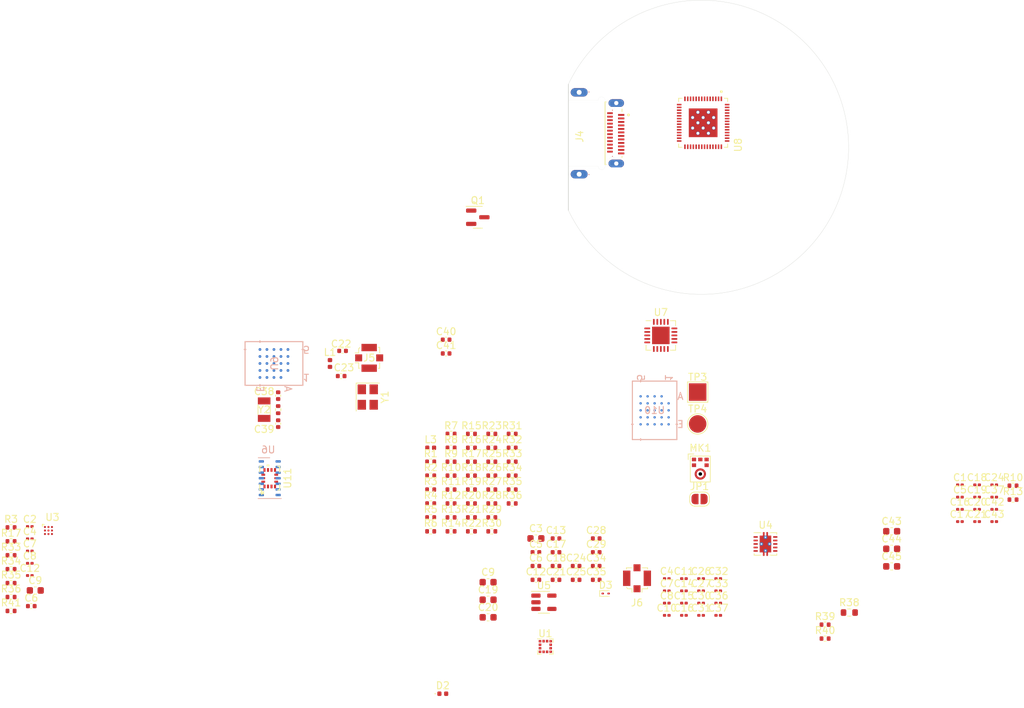
<source format=kicad_pcb>
(kicad_pcb (version 20221018) (generator pcbnew)
  (layers (0 "F.Cu" jumper "Front") (1 "In1.Cu" signal) (2 "In2.Cu" signal) (31 "B.Cu" signal "Back") (34 "B.Paste" user) (35 "F.Paste" user) (36 "B.SilkS" user "B.Silkscreen") (37 "F.SilkS" user "F.Silkscreen") (38 "B.Mask" user) (39 "F.Mask" user) (44 "Edge.Cuts" user))
  (net 0 "")
  (net 1 "/IMU_SCL")
  (net 2 "Net-(U3-REG)")
  (net 4 "/IMU_SDA")
  (net 5 "Net-(J6-In)")
  (net 6 "Net-(J5-In)")
  (net 7 "/I2C0_SCL")
  (net 8 "/I2C0_SDA")
  (net 9 "GND")
  (net 10 "+3V3")
  (net 11 "/MIC_WS")
  (net 12 "Net-(U2-SW)")
  (net 13 "/MIC_SCK")
  (net 14 "/MIC_SD")
  (net 15 "/RTC_P")
  (net 16 "/RTC_N")
  (net 17 "/BATT+")
  (net 18 "/SD_D2")
  (net 19 "/I2C1_SCL")
  (net 20 "/SD_D3")
  (net 21 "/SD_CMD")
  (net 22 "/I2C1_SDA")
  (net 23 "/SD_CLK")
  (net 24 "Net-(U5-BP)")
  (net 25 "+1V8")
  (net 26 "Net-(Q1-B)")
  (net 27 "Net-(Q1-C)")
  (net 29 "/SD_D0")
  (net 34 "/HBT_INT")
  (net 36 "Net-(U1-C1)")
  (net 37 "/SD_D1")
  (net 38 "+BATT")
  (net 39 "+5V")
  (net 40 "Net-(U7-THERM)")
  (net 41 "Net-(D2-K)")
  (net 42 "Net-(U7-~{PG})")
  (net 43 "/BAT_STAT2")
  (net 44 "/BAT_STAT1")
  (net 45 "Net-(U7-PROG3)")
  (net 46 "Net-(U7-PROG1)")
  (net 47 "/CLK_N")
  (net 48 "/CLK_P")
  (net 49 "/CPU_EN")
  (net 50 "/IMU_Wakeup")
  (net 51 "/IMU_INT2")
  (net 54 "/ESP_ANT")
  (net 55 "Net-(U2-RF_IN)")
  (net 56 "Net-(U8-CHIP_PU)")
  (net 57 "/MEM_CS1")
  (net 58 "/MEM_CS0")
  (net 59 "/MEM_CLK")
  (net 65 "/MEM_D3")
  (net 66 "/MEM_D2")
  (net 67 "/MEM_D1")
  (net 68 "/MEM_D0")
  (net 69 "/MEM_D4")
  (net 70 "/MEM_D5")
  (net 71 "/MEM_D6")
  (net 72 "/MEM_D7")
  (net 73 "/MEM_DQS")
  (net 80 "VMEM")
  (net 81 "Net-(U9-RESET#)")
  (net 82 "Net-(U8-VDD3P3)")
  (net 83 "Net-(U8-SPIHD)")
  (net 84 "Net-(U8-SPIWP)")
  (net 85 "Net-(U8-SPICLK)")
  (net 86 "Net-(U8-SPIQ)")
  (net 87 "Net-(U8-SPID)")
  (net 88 "Net-(U8-GPIO33)")
  (net 89 "Net-(U8-GPIO34)")
  (net 90 "Net-(U8-GPIO35)")
  (net 91 "Net-(U8-GPIO36)")
  (net 92 "Net-(U8-GPIO37)")
  (net 93 "Net-(U10-RESET#)")
  (net 96 "Net-(J4-CC1)")
  (net 97 "/USB_DP")
  (net 98 "/USB_DM")
  (net 104 "Net-(J4-CC2)")
  (net 108 "Net-(U4-L2)")
  (net 109 "Net-(U4-L1)")
  (net 110 "Net-(U4-EN)")
  (net 111 "/LEDK")
  (net 112 "/BL_CTRL")
  (net 113 "Net-(U2-BTST)")
  (net 114 "/MAG_INT")
  (net 115 "/REGN")
  (net 116 "VBUS")
  (net 117 "/BAT+")
  (net 118 "/BTN2")
  (net 119 "/BTN1")
  (net 120 "Net-(U4-VDD)")
  (net 121 "/CHG_INT")
  (net 122 "/BAT_LOW")
  (net 123 "/MTR_P")
  (net 124 "/MTR_M")
  (footprint "Resistor_SMD:R_0402_1005Metric" (layer "F.Cu") (at 190.505 105.37)
    (fp_text reference "R10" (at 0 -1.17) (layer "F.SilkS"))
    (fp_text value "10k")
    (pad "1" smd roundrect (at -0.51 0) (size 0.54 0.64) (layers "F.Cu" "F.Paste" "F.Mask") (net 121 "/CHG_INT"))
    (pad "2" smd roundrect (at 0.51 0) (size 0.54 0.64) (layers "F.Cu" "F.Paste" "F.Mask") (net 10 "+3V3"))
  )
  (footprint "Capacitor_SMD:C_0402_1005Metric" (layer "F.Cu") (at 128.105 118.82)
    (fp_text reference "C25" (at 0 -1.16) (layer "F.SilkS"))
    (fp_text value "1uF")
    (pad "1" smd roundrect (at -0.48 0) (size 0.56 0.62) (layers "F.Cu" "F.Paste" "F.Mask") (net 9 "GND"))
    (pad "2" smd roundrect (at 0.48 0) (size 0.56 0.62) (layers "F.Cu" "F.Paste" "F.Mask") (net 10 "+3V3"))
  )
  (footprint "Resistor_SMD:R_0402_1005Metric" (layer "F.Cu") (at 107.335 101.94)
    (fp_text reference "R1" (at 0 -1.17) (layer "F.SilkS"))
    (fp_text value "5.1k")
    (pad "1" smd roundrect (at -0.51 0) (size 0.54 0.64) (layers "F.Cu" "F.Paste" "F.Mask") (net 96 "Net-(J4-CC1)"))
    (pad "2" smd roundrect (at 0.51 0) (size 0.54 0.64) (layers "F.Cu" "F.Paste" "F.Mask") (net 9 "GND"))
  )
  (footprint "Resistor_SMD:R_0402_1005Metric" (layer "F.Cu") (at 47.4 119.29)
    (fp_text reference "R35" (at 0 -1.17) (layer "F.SilkS"))
    (fp_text value "10k")
    (pad "1" smd roundrect (at -0.51 0) (size 0.54 0.64) (layers "F.Cu" "F.Paste" "F.Mask") (net 4 "/IMU_SDA"))
    (pad "2" smd roundrect (at 0.51 0) (size 0.54 0.64) (layers "F.Cu" "F.Paste" "F.Mask") (net 10 "+3V3"))
  )
  (footprint "Resistor_SMD:R_0402_1005Metric" (layer "F.Cu") (at 116.065 111.89)
    (fp_text reference "R30" (at 0 -1.17) (layer "F.SilkS"))
    (fp_text value "0")
    (pad "1" smd roundrect (at -0.51 0) (size 0.54 0.64) (layers "F.Cu" "F.Paste" "F.Mask") (net 69 "/MEM_D4"))
    (pad "2" smd roundrect (at 0.51 0) (size 0.54 0.64) (layers "F.Cu" "F.Paste" "F.Mask") (net 88 "Net-(U8-GPIO33)"))
  )
  (footprint "Crystal:Crystal_SMD_3225-4Pin_3.2x2.5mm" (layer "F.Cu") (at 98.35 92.7 -90)
    (fp_text reference "Y1" (at 0 -2.45 90) (layer "F.SilkS"))
    (fp_text value "40MHz(10ppm)")
    (pad "1" smd rect (at -1.1 0.85 270) (size 1.4 1.2) (layers "F.Cu" "F.Paste" "F.Mask") (net 48 "/CLK_P"))
    (pad "2" smd rect (at 1.1 0.85 270) (size 1.4 1.2) (layers "F.Cu" "F.Paste" "F.Mask") (net 9 "GND"))
    (pad "3" smd rect (at 1.1 -0.85 270) (size 1.4 1.2) (layers "F.Cu" "F.Paste" "F.Mask") (net 47 "/CLK_N"))
    (pad "4" smd rect (at -1.1 -0.85 270) (size 1.4 1.2) (layers "F.Cu" "F.Paste" "F.Mask") (net 9 "GND"))
  )
  (footprint "Capacitor_SMD:C_0201_0603Metric" (layer "F.Cu") (at 185.375 107)
    (fp_text reference "C19" (at 0 -1.05) (layer "F.SilkS"))
    (fp_text value "47nF")
    (pad "1" smd roundrect (at -0.32 0) (size 0.46 0.4) (layers "F.Cu" "F.Mask") (net 12 "Net-(U2-SW)"))
    (pad "2" smd roundrect (at 0.32 0) (size 0.46 0.4) (layers "F.Cu" "F.Mask") (net 113 "Net-(U2-BTST)"))
  )
  (footprint "Capacitor_SMD:C_0402_1005Metric" (layer "F.Cu") (at 85.55 92.5 -90)
    (fp_text reference "C38" (at -0.6 2 -180) (layer "F.SilkS"))
    (fp_text value "C")
    (pad "1" smd roundrect (at -0.48 0 270) (size 0.56 0.62) (layers "F.Cu" "F.Paste" "F.Mask") (net 9 "GND"))
    (pad "2" smd roundrect (at 0.48 0 270) (size 0.56 0.62) (layers "F.Cu" "F.Paste" "F.Mask") (net 15 "/RTC_P"))
  )
  (footprint "Capacitor_SMD:C_0603_1608Metric" (layer "F.Cu") (at 122.365 112.91)
    (fp_text reference "C3" (at 0 -1.43) (layer "F.SilkS"))
    (fp_text value "1uF")
    (pad "1" smd roundrect (at -0.775 0) (size 0.9 0.95) (layers "F.Cu" "F.Paste" "F.Mask") (net 38 "+BATT"))
    (pad "2" smd roundrect (at 0.775 0) (size 0.9 0.95) (layers "F.Cu" "F.Paste" "F.Mask") (net 9 "GND"))
  )
  (footprint "Resistor_SMD:R_0603_1608Metric" (layer "F.Cu") (at 167.125 123.5)
    (fp_text reference "R38" (at 0 -1.43) (layer "F.SilkS"))
    (fp_text value "10")
    (pad "1" smd roundrect (at -0.825 0) (size 0.8 0.95) (layers "F.Cu" "F.Paste" "F.Mask") (net 27 "Net-(Q1-C)"))
    (pad "2" smd roundrect (at 0.825 0) (size 0.8 0.95) (layers "F.Cu" "F.Paste" "F.Mask") (net 111 "/LEDK"))
  )
  (footprint "Resistor_SMD:R_0402_1005Metric" (layer "F.Cu") (at 113.155 101.94)
    (fp_text reference "R17" (at 0 -1.17) (layer "F.SilkS"))
    (fp_text value "0")
    (pad "1" smd roundrect (at -0.51 0) (size 0.54 0.64) (layers "F.Cu" "F.Paste" "F.Mask") (net 55 "Net-(U2-RF_IN)"))
    (pad "2" smd roundrect (at 0.51 0) (size 0.54 0.64) (layers "F.Cu" "F.Paste" "F.Mask") (net 5 "Net-(J6-In)"))
  )
  (footprint "Resistor_SMD:R_0402_1005Metric" (layer "F.Cu") (at 110.245 99.95)
    (fp_text reference "R8" (at 0 -1.17) (layer "F.SilkS"))
    (fp_text value "10k")
    (pad "1" smd roundrect (at -0.51 0) (size 0.54 0.64) (layers "F.Cu" "F.Paste" "F.Mask") (net 10 "+3V3"))
    (pad "2" smd roundrect (at 0.51 0) (size 0.54 0.64) (layers "F.Cu" "F.Paste" "F.Mask") (net 20 "/SD_D3"))
  )
  (footprint "Capacitor_SMD:C_0201_0603Metric" (layer "F.Cu") (at 182.925 107)
    (fp_text reference "C5" (at 0 -1.05) (layer "F.SilkS"))
    (fp_text value "1uF")
    (pad "1" smd roundrect (at -0.32 0) (size 0.46 0.4) (layers "F.Cu" "F.Mask") (net 9 "GND"))
    (pad "2" smd roundrect (at 0.32 0) (size 0.46 0.4) (layers "F.Cu" "F.Mask") (net 10 "+3V3"))
  )
  (footprint "Capacitor_SMD:C_0201_0603Metric" (layer "F.Cu") (at 143.505 123.9)
    (fp_text reference "C16" (at 0 -1.05) (layer "F.SilkS"))
    (fp_text value "100nF")
    (pad "1" smd roundrect (at -0.32 0) (size 0.46 0.4) (layers "F.Cu" "F.Mask") (net 9 "GND"))
    (pad "2" smd roundrect (at 0.32 0) (size 0.46 0.4) (layers "F.Cu" "F.Mask") (net 10 "+3V3"))
  )
  (footprint "Capacitor_SMD:C_0402_1005Metric" (layer "F.Cu") (at 125.235 112.91)
    (fp_text reference "C13" (at 0 -1.16) (layer "F.SilkS"))
    (fp_text value "10uF")
    (pad "1" smd roundrect (at -0.48 0) (size 0.56 0.62) (layers "F.Cu" "F.Paste" "F.Mask") (net 9 "GND"))
    (pad "2" smd roundrect (at 0.48 0) (size 0.56 0.62) (layers "F.Cu" "F.Paste" "F.Mask") (net 10 "+3V3"))
  )
  (footprint "Capacitor_SMD:C_0201_0603Metric" (layer "F.Cu") (at 187.825 105.25)
    (fp_text reference "C24" (at 0 -1.05) (layer "F.SilkS"))
    (fp_text value "10uF")
    (pad "1" smd roundrect (at -0.32 0) (size 0.46 0.4) (layers "F.Cu" "F.Mask") (net 116 "VBUS"))
    (pad "2" smd roundrect (at 0.32 0) (size 0.46 0.4) (layers "F.Cu" "F.Mask") (net 9 "GND"))
  )
  (footprint "Capacitor_SMD:C_0201_0603Metric" (layer "F.Cu") (at 145.955 123.9)
    (fp_text reference "C31" (at 0 -1.05) (layer "F.SilkS"))
    (fp_text value "100nF")
    (pad "1" smd roundrect (at -0.32 0) (size 0.46 0.4) (layers "F.Cu" "F.Mask") (net 10 "+3V3"))
    (pad "2" smd roundrect (at 0.32 0) (size 0.46 0.4) (layers "F.Cu" "F.Mask") (net 9 "GND"))
  )
  (footprint "TestPoint:TestPoint_Pad_D2.5mm" (layer "F.Cu") (at 145.465 96.54)
    (fp_text reference "TP4" (at 0 -2.148) (layer "F.SilkS"))
    (fp_text value "Conn_B+")
    (pad "1" smd circle (at 0 0) (size 2.5 2.5) (layers "F.Cu" "F.Mask") (net 117 "/BAT+"))
  )
  (footprint "Resistor_SMD:R_0402_1005Metric" (layer "F.Cu") (at 110.245 103.93)
    (fp_text reference "R10" (at 0 -1.17) (layer "F.SilkS"))
    (fp_text value "10k")
    (pad "1" smd roundrect (at -0.51 0) (size 0.54 0.64) (layers "F.Cu" "F.Paste" "F.Mask") (net 39 "+5V"))
    (pad "2" smd roundrect (at 0.51 0) (size 0.54 0.64) (layers "F.Cu" "F.Paste" "F.Mask") (net 9 "GND"))
  )
  (footprint "Capacitor_SMD:C_0402_1005Metric" (layer "F.Cu") (at 128.105 116.85)
    (fp_text reference "C24" (at 0 -1.16) (layer "F.SilkS"))
    (fp_text value "C")
    (pad "1" smd roundrect (at -0.48 0) (size 0.56 0.62) (layers "F.Cu" "F.Paste" "F.Mask") (net 55 "Net-(U2-RF_IN)"))
    (pad "2" smd roundrect (at 0.48 0) (size 0.56 0.62) (layers "F.Cu" "F.Paste" "F.Mask") (net 9 "GND"))
  )
  (footprint "Capacitor_SMD:C_0402_1005Metric" (layer "F.Cu") (at 130.975 114.88)
    (fp_text reference "C29" (at 0 -1.16) (layer "F.SilkS"))
    (fp_text value "1uF")
    (pad "1" smd roundrect (at -0.48 0) (size 0.56 0.62) (layers "F.Cu" "F.Paste" "F.Mask") (net 56 "Net-(U8-CHIP_PU)"))
    (pad "2" smd roundrect (at 0.48 0) (size 0.56 0.62) (layers "F.Cu" "F.Paste" "F.Mask") (net 9 "GND"))
  )
  (footprint "Capacitor_SMD:C_0201_0603Metric" (layer "F.Cu") (at 148.405 120.4)
    (fp_text reference "C33" (at 0 -1.05) (layer "F.SilkS"))
    (fp_text value "100nF")
    (pad "1" smd roundrect (at -0.32 0) (size 0.46 0.4) (layers "F.Cu" "F.Mask") (net 10 "+3V3"))
    (pad "2" smd roundrect (at 0.32 0) (size 0.46 0.4) (layers "F.Cu" "F.Mask") (net 9 "GND"))
  )
  (footprint "Capacitor_SMD:C_0201_0603Metric" (layer "F.Cu") (at 182.925 110.5)
    (fp_text reference "C17" (at 0 -1.05) (layer "F.SilkS"))
    (fp_text value "1uF")
    (pad "1" smd roundrect (at -0.32 0) (size 0.46 0.4) (layers "F.Cu" "F.Mask") (net 2 "Net-(U3-REG)"))
    (pad "2" smd roundrect (at 0.32 0) (size 0.46 0.4) (layers "F.Cu" "F.Mask") (net 9 "GND"))
  )
  (footprint "Capacitor_SMD:C_0402_1005Metric" (layer "F.Cu") (at 122.365 118.82)
    (fp_text reference "C12" (at 0 -1.16) (layer "F.SilkS"))
    (fp_text value "1uF")
    (pad "1" smd roundrect (at -0.48 0) (size 0.56 0.62) (layers "F.Cu" "F.Paste" "F.Mask") (net 10 "+3V3"))
    (pad "2" smd roundrect (at 0.48 0) (size 0.56 0.62) (layers "F.Cu" "F.Paste" "F.Mask") (net 9 "GND"))
  )
  (footprint "Resistor_SMD:R_0402_1005Metric" (layer "F.Cu") (at 47.4 117.3)
    (fp_text reference "R34" (at 0 -1.17) (layer "F.SilkS"))
    (fp_text value "10k")
    (pad "1" smd roundrect (at -0.51 0) (size 0.54 0.64) (layers "F.Cu" "F.Paste" "F.Mask") (net 19 "/I2C1_SCL"))
    (pad "2" smd roundrect (at 0.51 0) (size 0.54 0.64) (layers "F.Cu" "F.Paste" "F.Mask") (net 10 "+3V3"))
  )
  (footprint "Capacitor_SMD:C_0201_0603Metric" (layer "F.Cu") (at 50.08 114.71)
    (fp_text reference "C7" (at 0 -1.05) (layer "F.SilkS"))
    (fp_text value "100nF")
    (pad "1" smd roundrect (at -0.32 0) (size 0.46 0.4) (layers "F.Cu" "F.Mask") (net 9 "GND"))
    (pad "2" smd roundrect (at 0.32 0) (size 0.46 0.4) (layers "F.Cu" "F.Mask") (net 25 "+1V8"))
  )
  (footprint "Capacitor_SMD:C_0201_0603Metric" (layer "F.Cu") (at 143.505 120.4)
    (fp_text reference "C14" (at 0 -1.05) (layer "F.SilkS"))
    (fp_text value "10nF")
    (pad "1" smd roundrect (at -0.32 0) (size 0.46 0.4) (layers "F.Cu" "F.Mask") (net 39 "+5V"))
    (pad "2" smd roundrect (at 0.32 0) (size 0.46 0.4) (layers "F.Cu" "F.Mask") (net 9 "GND"))
  )
  (footprint "Sensor_Audio:InvenSense_ICS-43434-6_3.5x2.65mm" (layer "F.Cu") (at 145.845 102.985)
    (fp_text reference "MK1" (at 0 -3 unlocked) (layer "F.SilkS"))
    (fp_text value "ICS-43434")
    (pad "" np_thru_hole circle (at 0 0.71) (size 0.5 0.5) (drill 0.5) (layers "*.Mask"))
    (pad "1" smd rect (at -0.9 -1.364) (size 0.6 0.522) (layers "F.Cu" "F.Mask") (net 11 "/MIC_WS"))
    (pad "2" smd rect (at -0.9 -0.542) (size 0.6 0.522) (layers "F.Cu" "F.Mask") (net 9 "GND"))
    (pad "3" smd custom (at 0.6625 0.71 90) (size 0.3 0.3) (layers "F.Cu" "F.Mask") (net 9 "GND") (options (clearance outline) (anchor circle)) (primitives (gr_circle (center 0 -0.6625) (end 0.6625 -0.6625) (width 0.3) (fill none))))
    (pad "4" smd rect (at 0.9 -0.542) (size 0.6 0.522) (layers "F.Cu" "F.Mask") (net 13 "/MIC_SCK"))
    (pad "5" smd rect (at 0.9 -1.364) (size 0.6 0.522) (layers "F.Cu" "F.Mask") (net 10 "+3V3"))
    (pad "6" smd rect (at 0 -1.364) (size 0.6 0.522) (layers "F.Cu" "F.Mask") (net 14 "/MIC_SD"))
  )
  (footprint "Resistor_SMD:R_0402_1005Metric" (layer "F.Cu") (at 116.065 101.94)
    (fp_text reference "R25" (at 0 -1.17) (layer "F.SilkS"))
    (fp_text value "0")
    (pad "1" smd roundrect (at -0.51 0) (size 0.54 0.64) (layers "F.Cu" "F.Paste" "F.Mask") (net 72 "/MEM_D7"))
    (pad "2" smd roundrect (at 0.51 0) (size 0.54 0.64) (layers "F.Cu" "F.Paste" "F.Mask") (net 91 "Net-(U8-GPIO36)"))
  )
  (footprint "Resistor_SMD:R_0402_1005Metric" (layer "F.Cu") (at 47.4 123.27)
    (fp_text reference "R41" (at 0 -1.17) (layer "F.SilkS"))
    (fp_text value "10k")
    (pad "1" smd roundrect (at -0.51 0) (size 0.54 0.64) (layers "F.Cu" "F.Paste" "F.Mask") (net 34 "/HBT_INT"))
    (pad "2" smd roundrect (at 0.51 0) (size 0.54 0.64) (layers "F.Cu" "F.Paste" "F.Mask") (net 10 "+3V3"))
  )
  (footprint "LED_SMD:LED_0402_1005Metric" (layer "F.Cu") (at 109.065 135.1)
    (fp_text reference "D2" (at 0 -1.17) (layer "F.SilkS"))
    (fp_text value "CHG_STATUS")
    (pad "1" smd roundrect (at -0.485 0) (size 0.59 0.64) (layers "F.Cu" "F.Paste" "F.Mask") (net 41 "Net-(D2-K)"))
    (pad "2" smd roundrect (at 0.485 0) (size 0.59 0.64) (layers "F.Cu" "F.Paste" "F.Mask") (net 39 "+5V"))
  )
  (footprint "Capacitor_SMD:C_0402_1005Metric" (layer "F.Cu") (at 94.75 86.1)
    (fp_text reference "C22" (at -0.2 -1 180) (layer "F.SilkS"))
    (fp_text value "1.5pF")
    (pad "1" smd roundrect (at -0.48 0) (size 0.56 0.62) (layers "F.Cu" "F.Paste" "F.Mask") (net 6 "Net-(J5-In)"))
    (pad "2" smd roundrect (at 0.48 0) (size 0.56 0.62) (layers "F.Cu" "F.Paste" "F.Mask") (net 9 "GND"))
  )
  (footprint "Resistor_SMD:R_0402_1005Metric" (layer "F.Cu") (at 47.4 115.31)
    (fp_text reference "R33" (at 0 -1.17) (layer "F.SilkS"))
    (fp_text value "10k")
    (pad "1" smd roundrect (at -0.51 0) (size 0.54 0.64) (layers "F.Cu" "F.Paste" "F.Mask") (net 8 "/I2C0_SDA"))
    (pad "2" smd roundrect (at 0.51 0) (size 0.54 0.64) (layers "F.Cu" "F.Paste" "F.Mask") (net 10 "+3V3"))
  )
  (footprint "Resistor_SMD:R_0402_1005Metric" (layer "F.Cu") (at 107.335 111.89)
    (fp_text reference "R6" (at 0 -1.17) (layer "F.SilkS"))
    (fp_text value "10k")
    (pad "1" smd roundrect (at -0.51 0) (size 0.54 0.64) (layers "F.Cu" "F.Paste" "F.Mask") (net 10 "+3V3"))
    (pad "2" smd roundrect (at 0.51 0) (size 0.54 0.64) (layers "F.Cu" "F.Paste" "F.Mask") (net 37 "/SD_D1"))
  )
  (footprint "Capacitor_SMD:C_0402_1005Metric" (layer "F.Cu") (at 109.54 84.5)
    (fp_text reference "C40" (at 0 -1.16) (layer "F.SilkS"))
    (fp_text value "C")
    (pad "1" smd roundrect (at -0.48 0) (size 0.56 0.62) (layers "F.Cu" "F.Paste" "F.Mask") (net 9 "GND"))
    (pad "2" smd roundrect (at 0.48 0) (size 0.56 0.62) (layers "F.Cu" "F.Paste" "F.Mask") (net 47 "/CLK_N"))
  )
  (footprint "LSM6DSV16XTR:LGA14L_LSM6_STM" (layer "F.Cu") (at 84.35 104.3 90)
    (fp_text reference "U11" (at 0 2.550189 90 unlocked) (layer "F.SilkS"))
    (fp_text value "LSM6DSV16XTR")
    (fp_text user "*" (at -2.0828 -0.750189 90 unlocked) (layer "F.SilkS"))
    (fp_text user "*" (at -2.0828 -0.750189 90) (layer "F.SilkS"))
    (pad "1" smd rect (at -1.1811 -0.750189 180) (size 0.3048 0.5334) (layers "F.Cu" "F.Paste" "F.Mask") (net 9 "GND"))
    (pad "2" smd rect (at -1.1811 -0.250063 180) (size 0.3048 0.5334) (layers "F.Cu" "F.Paste" "F.Mask") (net 4 "/IMU_SDA"))
    (pad "3" smd rect (at -1.1811 0.250063 180) (size 0.3048 0.5334) (layers "F.Cu" "F.Paste" "F.Mask") (net 1 "/IMU_SCL"))
    (pad "4" smd rect (at -1.1811 0.750189 180) (size 0.3048 0.5334) (layers "F.Cu" "F.Paste" "F.Mask") (net 50 "/IMU_Wakeup"))
    (pad "5" smd rect (at -0.500126 0.9271 90) (size 0.3048 0.5334) (layers "F.Cu" "F.Paste" "F.Mask") (net 10 "+3V3"))
    (pad "6" smd rect (at 0 0.9271 90) (size 0.3048 0.5334) (layers "F.Cu" "F.Paste" "F.Mask") (net 9 "GND"))
    (pad "7" smd rect (at 0.500126 0.9271 90) (size 0.3048 0.5334) (layers "F.Cu" "F.Paste" "F.Mask") (net 9 "GND"))
    (pad "8" smd rect (at 1.1811 0.750189 180) (size 0.3048 0.5334) (layers "F.Cu" "F.Paste" "F.Mask") (net 10 "+3V3"))
    (pad "9" smd rect (at 1.1811 0.250063 180) (size 0.3048 0.5334) (layers "F.Cu" "F.Paste" "F.Mask") (net 51 "/IMU_INT2"))
    (pad "10" smd rect (at 1.1811 -0.250063 180) (size 0.3048 0.5334) (layers "F.Cu" "F.Paste" "F.Mask"))
    (pad "11" smd rect (at 1.1811 -0.750189 180) (size 0.3048 0.5334) (layers "F.Cu" "F.Paste" "F.Mask"))
    (pad "12" smd rect (at 0.500126 -0.9271 90) (size 0.3048 0.5334) (layers "F.Cu" "F.Paste" "F.Mask") (net 10 "+3V3"))
    (pad "13" smd rect (at 0 -0.9271 90) (size 0.3048 0.5334) (layers "F.Cu" "F.Paste" "F.Mask") (net 7 "/I2C0_SCL"))
    (pad "14" smd rect (at -0.500126 -0.9271 90) (size 0.3048 0.5334) (layers "F.Cu" "F.Paste" "F.Mask") (net 8 "/I2C0_SDA"))
  )
  (footprint "Capacitor_SMD:C_0201_0603Metric" (layer "F.Cu") (at 145.955 120.4)
    (fp_text reference "C27" (at 0 -1.05) (layer "F.SilkS"))
    (fp_text value "100nF")
    (pad "1" smd roundrect (at -0.32 0) (size 0.46 0.4) (layers "F.Cu" "F.Mask") (net 9 "GND"))
    (pad "2" smd roundrect (at 0.32 0) (size 0.46 0.4) (layers "F.Cu" "F.Mask") (net 80 "VMEM"))
  )
  (footprint "Resistor_SMD:R_0402_1005Metric" (layer "F.Cu") (at 118.975 97.96)
    (fp_text reference "R31" (at 0 -1.17) (layer "F.SilkS"))
    (fp_text value "10k")
    (pad "1" smd roundrect (at -0.51 0) (size 0.54 0.64) (layers "F.Cu" "F.Paste" "F.Mask") (net 121 "/CHG_INT"))
    (pad "2" smd roundrect (at 0.51 0) (size 0.54 0.64) (layers "F.Cu" "F.Paste" "F.Mask") (net 10 "+3V3"))
  )
  (footprint "Capacitor_SMD:C_0201_0603Metric" (layer "F.Cu") (at 185.375 110.5)
    (fp_text reference "C21" (at 0 -1.05) (layer "F.SilkS"))
    (fp_text value "10uF")
    (pad "1" smd roundrect (at -0.32 0) (size 0.46 0.4) (layers "F.Cu" "F.Mask") (net 116 "VBUS"))
    (pad "2" smd roundrect (at 0.32 0) (size 0.46 0.4) (layers "F.Cu" "F.Mask") (net 9 "GND"))
  )
  (footprint "Capacitor_SMD:C_0603_1608Metric" (layer "F.Cu") (at 115.535 124.18)
    (fp_text reference "C20" (at 0 -1.43) (layer "F.SilkS"))
    (fp_text value "4.7uF")
    (pad "1" smd roundrect (at -0.775 0) (size 0.9 0.95) (layers "F.Cu" "F.Paste" "F.Mask") (net 17 "/BATT+"))
    (pad "2" smd roundrect (at 0.775 0) (size 0.9 0.95) (layers "F.Cu" "F.Paste" "F.Mask") (net 9 "GND"))
  )
  (footprint "Capacitor_SMD:C_0201_0603Metric" (layer "F.Cu") (at 141.055 122.15)
    (fp_text reference "C8" (at 0 -1.05) (layer "F.SilkS"))
    (fp_text value "100nF")
    (pad "1" smd roundrect (at -0.32 0) (size 0.46 0.4) (layers "F.Cu" "F.Mask") (net 10 "+3V3"))
    (pad "2" smd roundrect (at 0.32 0) (size 0.46 0.4) (layers "F.Cu" "F.Mask") (net 9 "GND"))
  )
  (footprint "Resistor_SMD:R_0402_1005Metric" (layer "F.Cu") (at 110.245 101.94)
    (fp_text reference "R9" (at 0 -1.17) (layer "F.SilkS"))
    (fp_text value "10k")
    (pad "1" smd roundrect (at -0.51 0) (size 0.54 0.64) (layers "F.Cu" "F.Paste" "F.Mask") (net 51 "/IMU_INT2"))
    (pad "2" smd roundrect (at 0.51 0) (size 0.54 0.64) (layers "F.Cu" "F.Paste" "F.Mask") (net 9 "GND"))
  )
  (footprint "Resistor_SMD:R_0402_1005Metric" (layer "F.Cu") (at 110.245 109.9)
    (fp_text reference "R13" (at 0 -1.17) (layer "F.SilkS"))
    (fp_text value "50k")
    (pad "1" smd roundrect (at -0.51 0) (size 0.54 0.64) (layers "F.Cu" "F.Paste" "F.Mask") (net 9 "GND"))
    (pad "2" smd roundrect (at 0.51 0) (size 0.54 0.64) (layers "F.Cu" "F.Paste" "F.Mask") (net 45 "Net-(U7-PROG3)"))
  )
  (footprint "Capacitor_SMD:C_0201_0603Metric" (layer "F.Cu") (at 148.405 122.15)
    (fp_text reference "C36" (at 0 -1.05) (layer "F.SilkS"))
    (fp_text value "100nF")
    (pad "1" smd roundrect (at -0.32 0) (size 0.46 0.4) (layers "F.Cu" "F.Mask") (net 10 "+3V3"))
    (pad "2" smd roundrect (at 0.32 0) (size 0.46 0.4) (layers "F.Cu" "F.Mask") (net 9 "GND"))
  )
  (footprint "Resistor_SMD:R_0402_1005Metric" (layer "F.Cu") (at 110.245 97.96)
    (fp_text reference "R7" (at 0 -1.17) (layer "F.SilkS"))
    (fp_text value "10k")
    (pad "1" smd roundrect (at -0.51 0) (size 0.54 0.64) (layers "F.Cu" "F.Paste" "F.Mask") (net 10 "+3V3"))
    (pad "2" smd roundrect (at 0.51 0) (size 0.54 0.64) (layers "F.Cu" "F.Paste" "F.Mask") (net 21 "/SD_CMD"))
  )
  (footprint "Capacitor_SMD:C_0402_1005Metric" (layer "F.Cu") (at 85.55 96.5 90)
    (fp_text reference "C39" (at -0.8 -2 180) (layer "F.SilkS"))
    (fp_text value "C")
    (pad "1" smd roundrect (at -0.48 0 90) (size 0.56 0.62) (layers "F.Cu" "F.Paste" "F.Mask") (net 9 "GND"))
    (pad "2" smd roundrect (at 0.48 0 90) (size 0.56 0.62) (layers "F.Cu" "F.Paste" "F.Mask") (net 16 "/RTC_N"))
  )
  (footprint "Resistor_SMD:R_0402_1005Metric" (layer "F.Cu") (at 118.975 101.94)
    (fp_text reference "R33" (at 0 -1.17) (layer "F.SilkS"))
    (fp_text value "2k")
    (pad "1" smd roundrect (at -0.51 0) (size 0.54 0.64) (layers "F.Cu" "F.Paste" "F.Mask") (net 7 "/I2C0_SCL"))
    (pad "2" smd roundrect (at 0.51 0) (size 0.54 0.64) (layers "F.Cu" "F.Paste" "F.Mask") (net 10 "+3V3"))
  )
  (footprint "Capacitor_SMD:C_0402_1005Metric" (layer "F.Cu") (at 50.29 122.58)
    (fp_text reference "C6" (at 0 -1.16) (layer "F.SilkS"))
    (fp_text value "10uF")
    (pad "1" smd roundrect (at -0.48 0) (size 0.56 0.62) (layers "F.Cu" "F.Paste" "F.Mask") (net 9 "GND"))
    (pad "2" smd roundrect (at 0.48 0) (size 0.56 0.62) (layers "F.Cu" "F.Paste" "F.Mask") (net 25 "+1V8"))
  )
  (footprint "Resistor_SMD:R_0402_1005Metric" (layer "F.Cu") (at 118.975 99.95)
    (fp_text reference "R32" (at 0 -1.17) (layer "F.SilkS"))
    (fp_text value "10k")
    (pad "1" smd roundrect (at -0.51 0) (size 0.54 0.64) (layers "F.Cu" "F.Paste" "F.Mask") (net 10 "+3V3"))
    (pad "2" smd roundrect (at 0.51 0) (size 0.54 0.64) (layers "F.Cu" "F.Paste" "F.Mask") (net 18 "/SD_D2"))
  )
  (footprint "Capacitor_SMD:C_0402_1005Metric" (layer "F.Cu") (at 122.365 116.85)
    (fp_text reference "C6" (at 0 -1.16) (layer "F.SilkS"))
    (fp_text value "10uF")
    (pad "1" smd roundrect (at -0.48 0) (size 0.56 0.62) (layers "F.Cu" "F.Paste" "F.Mask") (net 9 "GND"))
    (pad "2" smd roundrect (at 0.48 0) (size 0.56 0.62) (layers "F.Cu" "F.Paste" "F.Mask") (net 25 "+1V8"))
  )
  (footprint "Capacitor_SMD:C_0201_0603Metric" (layer "F.Cu") (at 185.375 105.25)
    (fp_text reference "C18" (at 0 -1.05) (layer "F.SilkS"))
    (fp_text value "1uF")
    (pad "1" smd roundrect (at -0.32 0) (size 0.46 0.4) (layers "F.Cu" "F.Mask") (net 10 "+3V3"))
    (pad "2" smd roundrect (at 0.32 0) (size 0.46 0.4) (layers "F.Cu" "F.Mask") (net 9 "GND"))
  )
  (footprint "Resistor_SMD:R_0402_1005Metric" (layer "F.Cu") (at 47.4 121.28)
    (fp_text reference "R36" (at 0 -1.17) (layer "F.SilkS"))
    (fp_text value "10k")
    (pad "1" smd roundrect (at -0.51 0) (size 0.54 0.64) (layers "F.Cu" "F.Paste" "F.Mask") (net 1 "/IMU_SCL"))
    (pad "2" smd roundrect (at 0.51 0) (size 0.54 0.64) (layers "F.Cu" "F.Paste" "F.Mask") (net 10 "+3V3"))
  )
  (footprint "Resistor_SMD:R_0402_1005Metric" (layer "F.Cu") (at 113.155 109.9)
    (fp_text reference "R21" (at 0 -1.17) (layer "F.SilkS"))
    (fp_text value "0")
    (pad "1" smd roundrect (at -0.51 0) (size 0.54 0.64) (layers "F.Cu" "F.Paste" "F.Mask") (net 68 "/MEM_D0"))
    (pad "2" smd roundrect (at 0.51 0) (size 0.54 0.64) (layers "F.Cu" "F.Paste" "F.Mask") (net 87 "Net-(U8-SPID)"))
  )
  (footprint "Capacitor_SMD:C_0201_0603Metric" (layer "F.Cu") (at 148.405 123.9)
    (fp_text reference "C37" (at 0 -1.05) (layer "F.SilkS"))
    (fp_text value "100nF")
    (pad "1" smd roundrect (at -0.32 0) (size 0.46 0.4) (layers "F.Cu" "F.Mask") (net 10 "+3V3"))
    (pad "2" smd roundrect (at 0.32 0) (size 0.46 0.4) (layers "F.Cu" "F.Mask") (net 9 "GND"))
  )
  (footprint "Resistor_SMD:R_0402_1005Metric" (layer "F.Cu") (at 118.975 107.91)
    (fp_text reference "R36" (at 0 -1.17) (layer "F.SilkS"))
    (fp_text value "R")
    (pad "1" smd roundrect (at -0.51 0) (size 0.54 0.64) (layers "F.Cu" "F.Paste" "F.Mask") (net 10 "+3V3"))
    (pad "2" smd roundrect (at 0.51 0) (size 0.54 0.64) (layers "F.Cu" "F.Paste" "F.Mask") (net 4 "/IMU_SDA"))
  )
  (footprint "Capacitor_SMD:C_0603_1608Metric" (layer "F.Cu") (at 173.175 114.39)
    (fp_text reference "C44" (at 0 -1.43) (layer "F.SilkS"))
    (fp_text value "10uF")
    (pad "1" smd roundrect (at -0.775 0) (size 0.9 0.95) (layers "F.Cu" "F.Paste" "F.Mask") (net 9 "GND"))
    (pad "2" smd roundrect (at 0.775 0) (size 0.9 0.95) (layers "F.Cu" "F.Paste" "F.Mask") (net 10 "+3V3"))
  )
  (footprint "Capacitor_SMD:C_0201_0603Metric" (layer "F.Cu") (at 143.505 118.65)
    (fp_text reference "C11" (at 0 -1.05) (layer "F.SilkS"))
    (fp_text value "100nF")
    (pad "1" smd roundrect (at -0.32 0) (size 0.46 0.4) (layers "F.Cu" "F.Mask") (net 10 "+3V3"))
    (pad "2" smd roundrect (at 0.32 0) (size 0.46 0.4) (layers "F.Cu" "F.Mask") (net 9 "GND"))
  )
  (footprint "Capacitor_SMD:C_0201_0603Metric" (layer "F.Cu") (at 187.825 108.75)
    (fp_text reference "C42" (at 0 -1.05) (layer "F.SilkS"))
    (fp_text value "1uF")
    (pad "1" smd roundrect (at -0.32 0) (size 0.46 0.4) (layers "F.Cu" "F.Mask") (net 117 "/BAT+"))
    (pad "2" smd roundrect (at 0.32 0) (size 0.46 0.4) (layers "F.Cu" "F.Mask") (net 9 "GND"))
  )
  (footprint "Resistor_SMD:R_0402_1005Metric" (layer "F.Cu") (at 116.065 109.9)
    (fp_text reference "R29" (at 0 -1.17) (layer "F.SilkS"))
    (fp_text value "0")
    (pad "1" smd roundrect (at -0.51 0) (size 0.54 0.64) (layers "F.Cu" "F.Paste" "F.Mask") (net 70 "/MEM_D5"))
    (pad "2" smd roundrect (at 0.51 0) (size 0.54 0.64) (layers "F.Cu" "F.Paste" "F.Mask") (net 89 "Net-(U8-GPIO34)"))
  )
  (footprint "Capacitor_SMD:C_0603_1608Metric" (layer "F.Cu") (at 115.535 121.67)
    (fp_text reference "C19" (at 0 -1.43) (layer "F.SilkS"))
    (fp_text value "4.7uF")
    (pad "1" smd roundrect (at -0.775 0) (size 0.9 0.95) (layers "F.Cu" "F.Paste" "F.Mask") (net 9 "GND"))
    (pad "2" smd roundrect (at 0.775 0) (size 0.9 0.95) (layers "F.Cu" "F.Paste" "F.Mask") (net 38 "+BATT"))
  )
  (footprint "Resistor_SMD:R_0402_1005Metric" (layer "F.Cu") (at 113.155 97.96)
    (fp_text reference "R15" (at 0 -1.17) (layer "F.SilkS"))
    (fp_text value "1k")
    (pad "1" smd roundrect (at -0.51 0) (size 0.54 0.64) (layers "F.Cu" "F.Paste" "F.Mask") (net 44 "/BAT_STAT1"))
    (pad "2" smd roundrect (at 0.51 0) (size 0.54 0.64) (layers "F.Cu" "F.Paste" "F.Mask") (net 10 "+3V3"))
  )
  (footprint "Resistor_SMD:R_0402_1005Metric" (layer "F.Cu") (at 163.665 125.23)
    (fp_text reference "R39" (at 0 -1.17) (layer "F.SilkS"))
    (fp_text value "1k")
    (pad "1" smd roundrect (at -0.51 0) (size 0.54 0.64) (layers "F.Cu" "F.Paste" "F.Mask") (net 112 "/BL_CTRL"))
    (pad "2" smd roundrect (at 0.51 0) (size 0.54 0.64) (layers "F.Cu" "F.Paste" "F.Mask") (net 26 "Net-(Q1-B)"))
  )
  (footprint "DRV2605L:YZF0009ADAD" (layer "F.Cu") (at 52.743901 111.773901)
    (fp_text reference "U3" (at 0.566099 -1.893901 unlocked) (layer "F.SilkS"))
    (fp_text value "DRV2605LYZFR")
    (pad "A1" smd circle (at -0.499999 -0.499999) (size 0.299999 0.299999) (layers "F.Cu" "F.Mask") (net 10 "+3V3"))
    (pad "A2" smd circle (at 0 -0.499999) (size 0.299999 0.299999) (layers "F.Cu" "F.Mask") (net 2 "Net-(U3-REG)"))
    (pad "A3" smd circle (at 0.499999 -0.499999) (size 0.299999 0.299999) (layers "F.Cu" "F.Mask") (net 123 "/MTR_P"))
    (pad "B1" smd circle (at -0.499999 0) (size 0.299999 0.299999) (layers "F.Cu" "F.Mask") (net 9 "GND"))
    (pad "B2" smd circle (at 0 0) (size 0.299999 0.299999) (layers "F.Cu" "F.Mask") (net 22 "/I2C1_SDA"))
    (pad "B3" smd circle (at 0.499999 0) (size 0.299999 0.299999) (layers "F.Cu" "F.Mask") (net 9 "GND"))
    (pad "C1" smd circle (at -0.499999 0.499999) (size 0.299999 0.299999) (layers "F.Cu" "F.Mask") (net 19 "/I2C1_SCL"))
    (pad "C2" smd circle (at 0 0.499999) (size 0.299999 0.299999) (layers "F.Cu" "F.Mask") (net 10 "+3V3"))
    (pad "C3" smd circle (at 0.499999 0.499999) (size 0.299999 0.299999) (layers "F.Cu" "F.Mask") (net 124 "/MTR_M"))
  )
  (footprint "Resistor_SMD:R_0402_1005Metric" (layer "F.Cu") (at 110.245 107.91)
    (fp_text reference "R12" (at 0 -1.17) (layer "F.SilkS"))
    (fp_text value "2k")
    (pad "1" smd roundrect (at -0.51 0) (size 0.54 0.64) (layers "F.Cu" "F.Paste" "F.Mask") (net 9 "GND"))
    (pad "2" smd roundrect (at 0.51 0) (size 0.54 0.64) (layers "F.Cu" "F.Paste" "F.Mask") (net 46 "Net-(U7-PROG1)"))
  )
  (footprint "Connector_Coaxial:U.FL_Molex_MCRF_73412-0110_Vertical" (layer "F.Cu") (at 98.55 87.1 -90)
    (fp_text reference "J5" (at 0 0 -180) (layer "F.SilkS"))
    (fp_text value "ESP_ANT")
    (pad "1" smd rect (at 0 1.5 270) (size 1 1) (layers "F.Cu" "F.Paste" "F.Mask") (net 6 "Net-(J5-In)"))
    (pad "2" smd rect (at -1.475 0 270) (size 1.05 2.2) (layers "F.Cu" "F.Paste" "F.Mask") (net 9 "GND"))
    (pad "2" smd rect (at 0 -1.5 270) (size 1 1) (layers "F.Cu" "F.Paste" "F.Mask") (net 9 "GND"))
    (pad "2" smd rect (at 1.475 0 270) (size 1.05 2.2) (layers "F.Cu" "F.Paste" "F.Mask") (net 9 "GND"))
  )
  (footprint "Resistor_SMD:R_0402_1005Metric" (layer "F.Cu") (at 107.335 107.91)
    (fp_text reference "R4" (at 0 -1.17) (layer "F.SilkS"))
    (fp_text value "10k")
    (pad "1" smd roundrect (at -0.51 0) (size 0.54 0.64) (layers "F.Cu" "F.Paste" "F.Mask") (net 10 "+3V3"))
    (pad "2" smd roundrect (at 0.51 0) (size 0.54 0.64) (layers "F.Cu" "F.Paste" "F.Mask") (net 29 "/SD_D0"))
  )
  (footprint "Resistor_SMD:R_0402_1005Metric" (layer "F.Cu") (at 116.065 99.95)
    (fp_text reference "R24" (at 0 -1.17) (layer "F.SilkS"))
    (fp_text value "0")
    (pad "1" smd roundrect (at -0.51 0) (size 0.54 0.64) (layers "F.Cu" "F.Paste" "F.Mask") (net 73 "/MEM_DQS"))
    (pad "2" smd roundrect (at 0.51 0) (size 0.54 0.64) (layers "F.Cu" "F.Paste" "F.Mask") (net 92 "Net-(U8-GPIO37)"))
  )
  (footprint "Resistor_SMD:R_0402_1005Metric" (layer "F.Cu") (at 107.335 109.9)
    (fp_text reference "R5" (at 0 -1.17) (layer "F.SilkS"))
    (fp_text value "10k")
    (pad "1" smd roundrect (at -0.51 0) (size 0.54 0.64) (layers "F.Cu" "F.Paste" "F.Mask") (net 10 "+3V3"))
    (pad "2" smd roundrect (at 0.51 0) (size 0.54 0.64) (layers "F.Cu" "F.Paste" "F.Mask") (net 23 "/SD_CLK"))
  )
  (footprint "Capacitor_SMD:C_0201_0603Metric" (layer "F.Cu") (at 50.08 112.96)
    (fp_text reference "C4" (at 0 -1.05) (layer "F.SilkS"))
    (fp_text value "1uF")
    (pad "1" smd roundrect (at -0.32 0) (size 0.46 0.4) (layers "F.Cu" "F.Mask") (net 9 "GND"))
    (pad "2" smd roundrect (at 0.32 0) (size 0.46 0.4) (layers "F.Cu" "F.Mask") (net 10 "+3V3"))
  )
  (footprint "Resistor_SMD:R_0402_1005Metric" (layer "F.Cu") (at 110.245 105.92)
    (fp_text reference "R11" (at 0 -1.17) (layer "F.SilkS"))
    (fp_text value "100k")
    (pad "1" smd roundrect (at -0.51 0) (size 0.54 0.64) (layers "F.Cu" "F.Paste" "F.Mask") (net 9 "GND"))
    (pad "2" smd roundrect (at 0.51 0) (size 0.54 0.64) (layers "F.Cu" "F.Paste" "F.Mask") (net 14 "/MIC_SD"))
  )
  (footprint "Package_TO_SOT_SMD:SOT-23" (layer "F.Cu") (at 114.0625 67)
    (fp_text reference "Q1" (at 0 -2.4) (layer "F.SilkS"))
    (fp_text value "BC818")
    (pad "1" smd roundrect (at -0.9375 -0.95) (size 1.475 0.6) (layers "F.Cu" "F.Paste" "F.Mask") (net 26 "Net-(Q1-B)"))
    (pad "2" smd roundrect (at -0.9375 0.95) (size 1.475 0.6) (layers "F.Cu" "F.Paste" "F.Mask") (net 9 "GND"))
    (pad "3" smd roundrect (at 0.9375 0) (size 1.475 0.6) (layers "F.Cu" "F.Paste" "F.Mask") (net 27 "Net-(Q1-C)"))
  )
  (footprint "Capacitor_SMD:C_0201_0603Metric" (layer "F.Cu") (at 187.825 110.5)
    (fp_text reference "C43" (at 0 -1.05) (layer "F.SilkS"))
    (fp_text value "2.2uF")
    (pad "1" smd roundrect (at -0.32 0) (size 0.46 0.4) (layers "F.Cu" "F.Mask") (net 9 "GND"))
    (pad "2" smd roundrect (at 0.32 0) (size 0.46 0.4) (layers "F.Cu" "F.Mask") (net 120 "Net-(U4-VDD)"))
  )
  (footprint "Capacitor_SMD:C_0201_0603Metric" (layer "F.Cu") (at 145.955 118.65)
    (fp_text reference "C26" (at 0 -1.05) (layer "F.SilkS"))
    (fp_text value "10nF")
    (pad "1" smd roundrect (at -0.32 0) (size 0.46 0.4) (layers "F.Cu" "F.Mask") (net 9 "GND"))
    (pad "2" smd roundrect (at 0.32 0) (size 0.46 0.4) (layers "F.Cu" "F.Mask") (net 10 "+3V3"))
  )
  (footprint "Resistor_SMD:R_0402_1005Metric" (layer "F.Cu") (at 116.065 103.93)
    (fp_text reference "R26" (at 0 -1.17) (layer "F.SilkS"))
    (fp_text value "0")
    (pad "1" smd roundrect (at -0.51 0) (size 0.54 0.64) (layers "F.Cu" "F.Paste" "F.Mask") (net 66 "/MEM_D2"))
    (pad "2" smd roundrect (at 0.51 0) (size 0.54 0.64) (layers "F.Cu" "F.Paste" "F.Mask") (net 84 "Net-(U8-SPIWP)"))
  )
  (footprint "Capacitor_SMD:C_0603_1608Metric" (layer "F.Cu") (at 173.175 116.9)
    (fp_text reference "C45" (at 0 -1.43) (layer "F.SilkS"))
    (fp_text value "10uF")
    (pad "1" smd roundrect (at -0.775 0) (size 0.9 0.95) (layers "F.Cu" "F.Paste" "F.Mask") (net 9 "GND"))
    (pad "2" smd roundrect (at 0.775 0) (size 0.9 0.95) (layers "F.Cu" "F.Paste" "F.Mask") (net 10 "+3V3"))
  )
  (footprint "Resistor_SMD:R_0402_1005Metric" (layer "F.Cu") (at 107.335 105.92)
    (fp_text reference "R3" (at 0 -1.17) (layer "F.SilkS"))
    (fp_text value "1k")
    (pad "1" smd roundrect (at -0.51 0) (size 0.54 0.64) (layers "F.Cu" "F.Paste" "F.Mask") (net 34 "/HBT_INT"))
    (pad "2" smd roundrect (at 0.51 0) (size 0.54 0.64) (layers "F.Cu" "F.Paste" "F.Mask") (net 10 "+3V3"))
  )
  (footprint "Jumper:SolderJumper-2_P1.3mm_Open_RoundedPad1.0x1.5mm" (layer "F.Cu") (at 145.735 107.28)
    (fp_text reference "JP1" (at 0 -1.8) (layer "F.SilkS"))
    (fp_text value "BOOT")
    (pad "1" smd custom (at -0.65 0) (size 1 0.5) (layers "F.Cu" "F.Mask") (net 9 "GND") (options (clearance outline) (anchor rect)) (primitives (gr_circle (center 0 0.25) (end 0.5 0.25) (width 0) (fill yes)) (gr_circle (center 0 -0.25) (end 0.5 -0.25) (width 0) (fill yes)) (gr_poly (pts (xy 0.5 0.75) (xy 0 0.75) (xy 0 -0.75) (xy 0.5 -0.75)) (width 0) (fill yes))))
    (pad "2" smd custom (at 0.65 0) (size 1 0.5) (layers "F.Cu" "F.Mask") (net 7 "/I2C0_SCL") (options (clearance outline) (anchor rect)) (primitives (gr_circle (center 0 0.25) (end 0.5 0.25) (width 0) (fill yes)) (gr_circle (center 0 -0.25) (end 0.5 -0.25) (width 0) (fill yes)) (gr_poly (pts (xy 0 0.75) (xy -0.5 0.75) (xy -0.5 -0.75) (xy 0 -0.75)) (width 0) (fill yes))))
  )
  (footprint "Capacitor_SMD:C_0402_1005Metric" (layer "F.Cu") (at 94.55 89.7)
    (fp_text reference "C23" (at 0.4 -1.2 180) (layer "F.SilkS"))
    (fp_text value "1.5pF")
    (pad "1" smd roundrect (at -0.48 0) (size 0.56 0.62) (layers "F.Cu" "F.Paste" "F.Mask") (net 54 "/ESP_ANT"))
    (pad "2" smd roundrect (at 0.48 0) (size 0.56 0.62) (layers "F.Cu" "F.Paste" "F.Mask") (net 9 "GND"))
  )
  (footprint "Capacitor_SMD:C_0201_0603Metric" (layer "F.Cu") (at 50.08 111.21)
    (fp_text reference "C2" (at 0 -1.05) (layer "F.SilkS"))
    (fp_text value "100nF")
    (pad "1" smd roundrect (at -0.32 0) (size 0.46 0.4) (layers "F.Cu" "F.Mask") (net 10 "+3V3"))
    (pad "2" smd roundrect (at 0.32 0) (size 0.46 0.4) (layers "F.Cu" "F.Mask") (net 9 "GND"))
  )
  (footprint "Inductor_SMD:L_0402_1005Metric" (layer "F.Cu") (at 92.95 87.9 -90)
    (fp_text reference "L1" (at -1.6 0 -180) (layer "F.SilkS"))
    (fp_text value "2.7nH")
    (pad "1" smd roundrect (at -0.485 0 270) (size 0.59 0.64) (layers "F.Cu" "F.Paste" "F.Mask") (net 6 "Net-(J5-In)"))
    (pad "2" smd roundrect (at 0.485 0 270) (size 0.59 0.64) (layers "F.Cu" "F.Paste" "F.Mask") (net 54 "/ESP_ANT"))
  )
  (footprint "Resistor_SMD:R_0402_1005Metric" (layer "F.Cu") (at 116.065 107.91)
    (fp_text reference "R28" (at 0 -1.17) (layer "F.SilkS"))
    (fp_text value "0")
    (pad "1" smd roundrect (at -0.51 0) (size 0.54 0.64) (layers "F.Cu" "F.Paste" "F.Mask") (net 71 "/MEM_D6"))
    (pad "2" smd roundrect (at 0.51 0) (size 0.54 0.64) (layers "F.Cu" "F.Paste" "F.Mask") (net 90 "Net-(U8-GPIO35)"))
  )
  (footprint "Resistor_SMD:R_0402_1005Metric" (layer "F.Cu") (at 107.335 103.93)
    (fp_text reference "R2" (at 0 -1.17) (layer "F.SilkS"))
    (fp_text value "5.1k")
    (pad "1" smd roundrect (at -0.51 0) (size 0.54 0.64) (layers "F.Cu" "F.Paste" "F.Mask") (net 104 "Net-(J4-CC2)"))
    (pad "2" smd roundrect (at 0.51 0) (size 0.54 0.64) (layers "F.Cu" "F.Paste" "F.Mask") (net 9 "GND"))
  )
  (footprint "Capacitor_SMD:C_0603_1608Metric" (layer "F.Cu") (at 173.175 111.88)
    (fp_text reference "C43" (at 0 -1.43) (layer "F.SilkS"))
    (fp_text value "10uF")
    (pad "1" smd roundrect (at -0.775 0) (size 0.9 0.95) (layers "F.Cu" "F.Paste" "F.Mask") (net 9 "GND"))
    (pad "2" smd roundrect (at 0.775 0) (size 0.9 0.95) (layers "F.Cu" "F.Paste" "F.Mask") (net 38 "+BATT"))
  )
  (footprint "Capacitor_SMD:C_0402_1005Metric" (layer "F.Cu") (at 130.975 116.85)
    (fp_text reference "C34" (at 0 -1.16) (layer "F.SilkS"))
    (fp_text value "1uF")
    (pad "1" smd roundrect (at -0.48 0) (size 0.56 0.62) (layers "F.Cu" "F.Paste" "F.Mask") (net 10 "+3V3"))
    (pad "2" smd roundrect (at 0.48 0) (size 0.56 0.62) (layers "F.Cu" "F.Paste" "F.Mask") (net 9 "GND"))
  )
  (footprint "Capacitor_SMD:C_0201_0603Metric" (layer "F.Cu") (at 187.825 107)
    (fp_text reference "C37" (at 0 -1.05) (layer "F.SilkS"))
    (fp_text value "10uF")
    (pad "1" smd roundrect (at -0.32 0) (size 0.46 0.4) (layers "F.Cu" "F.Mask") (net 117 "/BAT+"))
    (pad "2" smd roundrect (at 0.32 0) (size 0.46 0.4) (layers "F.Cu" "F.Mask") (net 9 "GND"))
  )
  (footprint "Capacitor_SMD:C_0201_0603Metric" (layer "F.Cu") (at 148.405 118.65)
    (fp_text reference "C32" (at 0 -1.05) (layer "F.SilkS"))
    (fp_text value "100nF")
    (pad "1" smd roundrect (at -0.32 0) (size 0.46 0.4) (layers "F.Cu" "F.Mask") (net 82 "Net-(U8-VDD3P3)"))
    (pad "2" smd roundrect (at 0.32 0) (size 0.46 0.4) (layers "F.Cu" "F.Mask") (net 9 "GND"))
  )
  (footprint "Capacitor_SMD:C_0402_1005Metric" (layer "F.Cu") (at 130.975 112.91)
    (fp_text reference "C28" (at 0 -1.16) (layer "F.SilkS"))
    (fp_text value "1uF")
    (pad "1" smd roundrect (at -0.48 0) (size 0.56 0.62) (layers "F.Cu" "F.Paste" "F.Mask") (net 9 "GND"))
    (pad "2" smd roundrect (at 0.48 0) (size 0.56 0.62) (layers "F.Cu" "F.Paste" "F.Mask") (net 80 "VMEM"))
  )
  (footprint "Diode_SMD:D_SOD-923" (layer "F.Cu") (at 132.33 120.78)
    (fp_text reference "D3" (at 0 -1.2) (layer "F.SilkS"))
    (fp_text value "ESD9B5.0ST5G")
    (pad "1" smd roundrect (at -0.42 0 180) (size 0.36 0.25) (layers "F.Cu" "F.Paste" "F.Mask") (net 39 "+5V"))
    (pad "2" smd roundrect (at 0.42 0 180) (size 0.36 0.25) (layers "F.Cu" "F.Paste" "F.Mask") (net 9 "GND"))
  )
  (footprint "DX07B024JJ1R1500:JAE_DX07B024JJ1R1500" (layer "F.Cu") (at 133.8435 55 -90)
    (fp_text reference "J4" (at 0.46 5.2285 90) (layer "F.SilkS"))
    (fp_text value "USB_C_Receptacle")
    (fp_poly (pts (xy 5.85 4.092) (xy 5.854 4.092) (xy 5.853 4.092) (xy 5.853 4.093) (xy 5.852 4.093) (xy 5.851 4.093) (xy 5.851 4.092) (xy 5.85 4.092)) (stroke (width 0.0001)) (fill solid) (layer "F.Cu"))
    (fp_line (start -6.2 5.85) (end -6.2 5.05) (stroke (width 0.01)) (layer "Edge.Cuts"))
    (fp_line (start -5.5 5.05) (end -5.5 5.85) (stroke (width 0.01)) (layer "Edge.Cuts"))
    (fp_line (start -4.7 1.6) (end 4.7 1.6) (stroke (width 0.01)) (layer "Edge.Cuts"))
    (fp_line (start -4.7 6.85) (end -6.75 6.85) (stroke (width 0.01)) (layer "Edge.Cuts"))
    (fp_line (start -4.7 6.85) (end -4.7 2.6) (stroke (width 0.01)) (layer "Edge.Cuts"))
    (fp_line (start -4.62 0.65) (end -4.62 -0.65) (stroke (width 0.01)) (layer "Edge.Cuts"))
    (fp_line (start -4.02 -0.65) (end -4.02 0.25) (stroke (width 0.01)) (layer "Edge.Cuts"))
    (fp_line (start -4.02 0.25) (end -3.67 0.25) (stroke (width 0.01)) (layer "Edge.Cuts"))
    (fp_line (start -3.67 0.95) (end -4.32 0.95) (stroke (width 0.01)) (layer "Edge.Cuts"))
    (fp_line (start -3.37 0.55) (end -3.37 0.65) (stroke (width 0.01)) (layer "Edge.Cuts"))
    (fp_line (start 3.37 0.55) (end 3.37 0.65) (stroke (width 0.01)) (layer "Edge.Cuts"))
    (fp_line (start 3.67 0.95) (end 4.32 0.95) (stroke (width 0.01)) (layer "Edge.Cuts"))
    (fp_line (start 4.02 -0.65) (end 4.02 0.25) (stroke (width 0.01)) (layer "Edge.Cuts"))
    (fp_line (start 4.02 0.25) (end 3.67 0.25) (stroke (width 0.01)) (layer "Edge.Cuts"))
    (fp_line (start 4.62 0.65) (end 4.62 -0.65) (stroke (width 0.01)) (layer "Edge.Cuts"))
    (fp_line (start 4.7 2.6) (end 4.7 6.85) (stroke (width 0.01)) (layer "Edge.Cuts"))
    (fp_line (start 5.5 5.85) (end 5.5 5.05) (stroke (width 0.01)) (layer "Edge.Cuts"))
    (fp_line (start 6.2 5.05) (end 6.2 5.85) (stroke (width 0.01)) (layer "Edge.Cuts"))
    (fp_line (start 6.75 6.85) (end 4.7 6.85) (stroke (width 0.01)) (layer "Edge.Cuts"))
    (fp_arc (start -6.2 5.05) (mid -6.097487 4.802513) (end -5.85 4.7) (stroke (width 0.01)) (layer "Edge.Cuts"))
    (fp_arc (start -5.85 4.7) (mid -5.602513 4.802513) (end -5.5 5.05) (stroke (width 0.01)) (layer "Edge.Cuts"))
    (fp_arc (start -5.85 6.2) (mid -6.097487 6.097487) (end -6.2 5.85) (stroke (width 0.01)) (layer "Edge.Cuts"))
    (fp_arc (start -5.5 5.85) (mid -5.602513 6.097487) (end -5.85 6.2) (stroke (width 0.01)) (layer "Edge.Cuts"))
    (fp_arc (start -4.7 2.6) (mid -5.2 2.1) (end -4.7 1.6) (stroke (width 0.01)) (layer "Edge.Cuts"))
    (fp_arc (start -4.62 -0.65) (mid -4.32 -0.95) (end -4.02 -0.65) (stroke (width 0.01)) (layer "Edge.Cuts"))
    (fp_arc (start -4.32 0.95) (mid -4.532132 0.862132) (end -4.62 0.65) (stroke (width 0.01)) (layer "Edge.Cuts"))
    (fp_arc (start -3.67 0.25) (mid -3.457868 0.337868) (end -3.37 0.55) (stroke (width 0.01)) (layer "Edge.Cuts"))
    (fp_arc (start -3.37 0.65) (mid -3.457868 0.862132) (end -3.67 0.95) (stroke (width 0.01)) (layer "Edge.Cuts"))
    (fp_arc (start 3.37 0.55) (mid 3.457868 0.337868) (end 3.67 0.25) (stroke (width 0.01)) (layer "Edge.Cuts"))
    (fp_arc (start 3.67 0.95) (mid 3.457868 0.862132) (end 3.37 0.65) (stroke (width 0.01)) (layer "Edge.Cuts"))
    (fp_arc (start 4.02 -0.65) (mid 4.32 -0.95) (end 4.62 -0.65) (stroke (width 0.01)) (layer "Edge.Cuts"))
    (fp_arc (start 4.62 0.65) (mid 4.532132 0.862132) (end 4.32 0.95) (stroke (width 0.01)) (layer "Edge.Cuts"))
    (fp_arc (start 4.7 1.6) (mid 5.2 2.1) (end 4.7 2.6) (stroke (width 0.01)) (layer "Edge.Cuts"))
    (fp_arc (start 5.5 5.05) (mid 5.602513 4.802513) (end 5.85 4.7) (stroke (width 0.01)) (layer "Edge.Cuts"))
    (fp_arc (start 5.85 4.7) (mid 6.097487 4.802513) (end 6.2 5.05) (stroke (width 0.01)) (layer "Edge.Cuts"))
    (fp_arc (start 5.85 6.2) (mid 5.602513 6.097487) (end 5.5 5.85) (stroke (width 0.01)) (layer "Edge.Cuts"))
    (fp_arc (start 6.2 5.85) (mid 6.097487 6.097487) (end 5.85 6.2) (stroke (width 0.01)) (layer "Edge.Cuts"))
    (pad "A1" smd rect (at -2.625 -0.7 270) (size 0.27 0.9) (layers "F.Cu" "F.Paste" "F.Mask") (net 9 "GND"))
    (pad "A2" smd rect (at -2.125 -0.7 270) (size 0.27 0.9) (layers "F.Cu" "F.Paste" "F.Mask"))
    (pad "A3" smd rect (at -1.625 -0.7 270) (size 0.27 0.9) (layers "F.Cu" "F.Paste" "F.Mask"))
    (pad "A4" smd rect (at -1.125 -0.7 270) (size 0.27 0.9) (layers "F.Cu" "F.Paste" "F.Mask") (net 39 "+5V"))
    (pad "A5" smd rect (at -0.625 -0.7 270) (size 0.27 0.9) (layers "F.Cu" "F.Paste" "F.Mask") (net 96 "Net-(J4-CC1)"))
    (pad "A6" smd rect (at -0.125 -0.7 270) (size 0.27 0.9) (layers "F.Cu" "F.Paste" "F.Mask") (net 97 "/USB_DP"))
    (pad "A7" smd rect (at 0.375 -0.7 270) (size 0.27 0.9) (layers "F.Cu" "F.Paste" "F.Mask") (net 98 "/USB_DM"))
    (pad "A8" smd rect (at 0.875 -0.7 270) (size 0.27 0.9) (layers "F.Cu" "F.Paste" "F.Mask"))
    (pad "A9" smd rect (at 1.375 -0.7 270) (size 0.27 0.9) (layers "F.Cu" "F.Paste" "F.Mask") (net 39 "+5V"))
    (pad "A10" smd rect (at 1.875 -0.7 270) (size 0.27 0.9) (layers "F.Cu" "F.Paste" "F.Mask"))
    (pad "A11" smd rect (at 2.375 -0.7 270) (size 0.27 0.9) (layers "F.Cu" "F.Paste" "F.Mask"))
    (pad "A12" smd rect (at 2.875 -0.7 270) (size 0.27 0.9) (layers "F.Cu" "F.Paste" "F.Mask") (net 9 "GND"))
    (pad "B1" smd rect (at 2.625 0.9 270) (size 0.27 0.8) (layers "F.Cu" "F.Paste" "F.Mask") (net 9 "GND"))
    (pad "B2" smd rect (at 2.125 0.9 270) (size 0.27 0.8) (layers "F.Cu" "F.Paste" "F.Mask"))
    (pad "B3" smd rect (at 1.625 0.9 270) (size 0.27 0.8) (layers "F.Cu" "F.Paste" "F.Mask"))
    (pad "B4" smd rect (at 1.125 0.9 270) (size 0.27 0.8) (layers "F.Cu" "F.Paste" "F.Mask") (net 39 "+5V"))
    (pad "B5" smd rect (at 0.625 0.9 270) (size 0.27 0.8) (layers "F.Cu" "F.Paste" "F.Mask") (net 104 "Net-(J4-CC2)"))
    (pad "B6" smd rect (at 0.125 0.9 270) (size 0.27 0.8) (layers "F.Cu" "F.Paste" "F.Mask") (net 97 "/USB_DP"))
    (pad "B7" smd rect (at -0.375 0.9 270) (size 0.27 0.8) (layers "F.Cu" "F.Paste" "F.Mask") (net 98 "/USB_DM"))
    (pad "B8" smd rect (at -0.875 0.9 270) (size 0.27 0.8) (layers "F.Cu" "F.Paste" "F.Mask"))
    (pad "B9" smd rect (at -1.375 0.9 270) (size 0.27 0.8) (layers "F.Cu" "F.Paste" "F.Mask") (net 39 "+5V"))
    (pad "B10" smd rect (at -1.875 0.9 270) (size 0.27 0.8) (layers "F.Cu" "F.Paste" "F.Mask"))
    (pad "B11" smd rect (at -2.375 0.9 270) (size 0.27 0.8) (layers "F.Cu" "F.Paste" "F.Mask"))
    (pad "B12" smd rect (at -2.875 0.9 270) (size 0.27 0.8) (layers "F.Cu" "F.Paste" "F.Mask") (net 9 "GND"))
    (pad "SH1" smd rect (at -5.9 3.9 270) (size 0.1 0.1) (layers "F.Cu"))
    (pad "SH2" smd rect (at 5.9 3.9 270) (size 0.1 0.1) (layers "F.Cu"))
    (pad "SH3" smd rect (at -3.3 0.55 270) (size 0.1 0.1) (layers "F.Cu"))
    (pad "SH4" smd rect (at 3.3 0.55 270) (size 0.1 0.1) (layers "F.Cu"))
    (pad "SH5" thru_hole oval (at -4.32 0 270) (size 1.108 2.216) (drill 0.6) (layers "*.Cu" "*.Mask"))
    (pad "SH6" thru_hole oval (at 4.32 0 270) (size 1.108 2.216) (drill 0.6) (layers "*.Cu" "*.Mask"))
    (pad "SH7" thru_hole oval (at -5.85 5.3 270) (size 1.208 2.416) (drill 0.7) (layers "*.Cu" "*.Mask"))
    (pad "SH8" thru_hole oval (at 5.85 5.3 270) (size 1.208 2.416) (drill 0.7) (layers "*.Cu" "*.Mask"))
  )
  (footprint "Capacitor_SMD:C_0201_0603Metric" (layer "F.Cu") (at 141.055 118.65)
    (fp_text reference "C4" (at 0 -1.05) (layer "F.SilkS"))
    (fp_text value "100nF")
    (pad "1" smd roundrect (at -0.32 0) (size 0.46 0.4) (layers "F.Cu" "F.Mask") (net 24 "Net-(U5-BP)"))
    (pad "2" smd roundrect (at 0.32 0) (size 0.46 0.4) (layers "F.Cu" "F.Mask") (net 9 "GND"))
  )
  (footprint "Capacitor_SMD:C_0201_0603Metric" (layer "F.Cu") (at 50.08 118.21)
    (fp_text reference "C12" (at 0 -1.05) (layer "F.SilkS"))
    (fp_text value "1uF")
    (pad "1" smd roundrect (at -0.32 0) (size 0.46 0.4) (layers "F.Cu" "F.Mask") (net 10 "+3V3"))
    (pad "2" smd roundrect (at 0.32 0) (size 0.46 0.4) (layers "F.Cu" "F.Mask") (net 9 "GND"))
  )
  (footprint "Resistor_SMD:R_0402_1005Metric" (layer "F.Cu") (at 116.065 105.92)
    (fp_text reference "R27" (at 0 -1.17) (layer "F.SilkS"))
    (fp_text value "0")
    (pad "1" smd roundrect (at -0.51 0) (size 0.54 0.64) (layers "F.Cu" "F.Paste" "F.Mask") (net 65 "/MEM_D3"))
    (pad "2" smd roundrect (at 0.51 0) (size 0.54 0.64) (layers "F.Cu" "F.Paste" "F.Mask") (net 83 "Net-(U8-SPIHD)"))
  )
  (footprint "Inductor_SMD:L_0402_1005Metric" (layer "F.Cu") (at 107.335 99.95)
    (fp_text reference "L3" (at 0 -1.17) (layer "F.SilkS"))
    (fp_text value "2nH")
    (pad "1" smd roundrect (at -0.485 0) (size 0.59 0.64) (layers "F.Cu" "F.Paste" "F.Mask") (net 82 "Net-(U8-VDD3P3)"))
    (pad "2" smd roundrect (at 0.485 0) (size 0.59 0.64) (layers "F.Cu" "F.Paste" "F.Mask") (net 10 "+3V3"))
  )
  (footprint "Resistor_SMD:R_0402_1005Metric" (layer "F.Cu") (at 113.155 99.95)
    (fp_text reference "R16" (at 0 -1.17) (layer "F.SilkS"))
    (fp_text value "1k")
    (pad "1" smd roundrect (at -0.51 0) (size 0.54 0.64) (layers "F.Cu" "F.Paste" "F.Mask") (net 43 "/BAT_STAT2"))
    (pad "2" smd roundrect (at 0.51 0) (size 0.54 0.64) (layers "F.Cu" "F.Paste" "F.Mask") (net 10 "+3V3"))
  )
  (footprint "Resistor_SMD:R_0402_1005Metric" (layer "F.Cu") (at 118.975 105.92)
    (fp_text reference "R35" (at 0 -1.17) (layer "F.SilkS"))
    (fp_text value "R")
    (pad "1" smd roundrect (at -0.51 0) (size 0.54 0.64) (layers "F.Cu" "F.Paste" "F.Mask") (net 10 "+3V3"))
    (pad "2" smd roundrect (at 0.51 0) (size 0.54 0.64) (layers "F.Cu" "F.Paste" "F.Mask") (net 1 "/IMU_SCL"))
  )
  (footprint "Resistor_SMD:R_0402_1005Metric" (layer "F.Cu") (at 113.155 111.89)
    (fp_text reference "R22" (at 0 -1.17) (layer "F.SilkS"))
    (fp_text value "0")
    (pad "1" smd roundrect (at -0.51 0) (size 0.54 0.64) (layers "F.Cu" "F.Paste" "F.Mask") (net 67 "/MEM_D1"))
    (pad "2" smd roundrect (at 0.51 0) (size 0.54 0.64) (layers "F.Cu" "F.Paste" "F.Mask") (net 86 "Net-(U8-SPIQ)"))
  )
  (footprint "Resistor_SMD:R_0402_1005Metric" (layer "F.Cu") (at 163.665 127.22)
    (fp_text reference "R40" (at 0 -1.17) (layer "F.SilkS"))
    (fp_text value "100")
    (pad "1" smd roundrect (at -0.51 0) (size 0.54 0.64) (layers "F.Cu" "F.Paste" "F.Mask") (net 38 "+BATT"))
    (pad "2" smd roundrect (at 0.51 0) (size 0.54 0.64) (layers "F.Cu" "F.Paste" "F.Mask") (net 110 "Net-(U4-EN)"))
  )
  (footprint "Capacitor_SMD:C_0201_0603Metric" (layer "F.Cu") (at 182.925 105.25)
    (fp_text reference "C1" (at 0 -1.05) (layer "F.SilkS"))
    (fp_text value "1uF")
    (pad "1" smd roundrect (at -0.32 0) (size 0.46 0.4) (layers "F.Cu" "F.Mask") (net 39 "+5V"))
    (pad "2" smd roundrect (at 0.32 0) (size 0.46 0.4) (layers "F.Cu" "F.Mask") (net 9 "GND"))
  )
  (footprint "Capacitor_SMD:C_0603_1608Metric" (layer "F.Cu") (at 115.535 119.16)
    (fp_text reference "C9" (at 0 -1.43) (layer "F.SilkS"))
    (fp_text value "4.7uF")
    (pad "1" smd roundrect (at -0.775 0) (size 0.9 0.95) (layers "F.Cu" "F.Paste" "F.Mask") (net 10 "+3V3"))
    (pad "2" smd roundrect (at 0.775 0) (size 0.9 0.95) (layers "F.Cu" "F.Paste" "F.Mask") (net 9 "GND"))
  )
  (footprint "Resistor_SMD:R_0402_1005Metric" (layer "F.Cu") (at 118.975 103.93)
    (fp_text reference "R34" (at 0 -1.17) (layer "F.SilkS"))
    (fp_text value "2k")
    (pad "1" smd roundrect (at -0.51 0) (size 0.54 0.64) (layers "F.Cu" "F.Paste" "F.Mask") (net 8 "/I2C0_SDA"))
    (pad "2" smd roundrect (at 0.51 0) (size 0.54 0.64) (layers "F.Cu" "F.Paste" "F.Mask") (net 10 "+3V3"))
  )
  (footprint "Resistor_SMD:R_0402_1005Metric" (layer "F.Cu") (at 85.55 94.5 -90)
    (fp_text reference "R37" hide)
    (fp_text value "R")
    (pad "1" smd roundrect (at -0.51 0 270) (size 0.54 0.64) (layers "F.Cu" "F.Paste" "F.Mask") (net 15 "/RTC_P"))
    (pad "2" smd roundrect (at 0.51 0 270) (size 0.54 0.64) (layers "F.Cu" "F.Paste" "F.Mask") (net 16 "/RTC_N"))
  )
  (footprint "Crystal:Crystal_SMD_3215-2Pin_3.2x1.5mm" (layer "F.Cu") (at 83.55 94.5 -90)
    (fp_text reference "Y2" (at 0 0 -180) (layer "F.SilkS"))
    (fp_text value "32.768kHz")
    (pad "1" smd rect (at 1.25 0 270) (size 1 1.8) (layers "F.Cu" "F.Paste" "F.Mask") (net 16 "/RTC_N"))
    (pad "2" smd rect (at -1.25 0 270) (size 1 1.8) (layers "F.Cu" "F.Paste" "F.Mask") (net 15 "/RTC_P"))
  )
  (footprint "Package_LGA:LGA-12_2x2mm_P0.5mm" (layer "F.Cu") (at 123.7125 128.35)
    (fp_text reference "U1" (at 0 -1.85) (layer "F.SilkS"))
    (fp_text value "LIS3MDL")
    (pad "1" smd rect (at -0.7625 -0.75) (size 0.375 0.35) (layers "F.Cu" "F.Paste" "F.Mask") (net 1 "/IMU_SCL"))
    (pad "2" smd rect (at -0.7625 -0.25) (size 0.375 0.35) (layers "F.Cu" "F.Paste" "F.Mask") (net 9 "GND"))
    (pad "3" smd rect (at -0.7625 0.25) (size 0.375 0.35) (layers "F.Cu" "F.Paste" "F.Mask") (net 9 "GND"))
    (pad "4" smd rect (at -0.7625 0.75) (size 0.375 0.35) (layers "F.Cu" "F.Paste" "F.Mask") (net 36 "Net-(U1-C1)"))
    (pad "5" smd rect (at -0.25 0.7625 90) (size 0.375 0.35) (layers "F.Cu" "F.Paste" "F.Mask") (net 10 "+3V3"))
    (pad "6" smd rect (at 0.25 0.7625 90) (size 0.375 0.35) (layers "F.Cu" "F.Paste" "F.Mask") (net 10 "+3V3"))
    (pad "7" smd rect (at 0.7625 0.75) (size 0.375 0.35) (layers "F.Cu" "F.Paste" "F.Mask") (net 114 "/MAG_INT"))
    (pad "8" smd rect (at 0.7625 0.25) (size 0.375 0.35) (layers "F.Cu" "F.Paste" "F.Mask"))
    (pad "9" smd rect (at 0.7625 -0.25) (size 0.375 0.35) (layers "F.Cu" "F.Paste" "F.Mask") (net 9 "GND"))
    (pad "10" smd rect (at 0.7625 -0.75) (size 0.375 0.35) (layers "F.Cu" "F.Paste" "F.Mask") (net 10 "+3V3"))
    (pad "11" smd rect (at 0.25 -0.7625 90) (size 0.375 0.35) (layers "F.Cu" "F.Paste" "F.Mask") (net 4 "/IMU_SDA"))
    (pad "12" smd rect (at -0.25 -0.7625 90) (size 0.375 0.35) (layers "F.Cu" "F.Paste" "F.Mask") (net 9 "GND"))
  )
  (footprint "Resistor_SMD:R_0402_1005Metric" (layer "F.Cu") (at 190.505 107.36)
    (fp_text reference "R13" (at 0 -1.17) (layer "F.SilkS"))
    (fp_text value "10k")
    (pad "1" smd roundrect (at -0.51 0) (size 0.54 0.64) (layers "F.Cu" "F.Paste" "F.Mask") (net 122 "/BAT_LOW"))
    (pad "2" smd roundrect (at 0.51 0) (size 0.54 0.64) (layers "F.Cu" "F.Paste" "F.Mask") (net 10 "+3V3"))
  )
  (footprint "Capacitor_SMD:C_0402_1005Metric" (layer "F.Cu") (at 122.365 114.88)
    (fp_text reference "C5" (at 0 -1.16) (layer "F.SilkS"))
    (fp_text value "10uF")
    (pad "1" smd roundrect (at -0.48 0) (size 0.56 0.62) (layers "F.Cu" "F.Paste" "F.Mask") (net 25 "+1V8"))
    (pad "2" smd roundrect (at 0.48 0) (size 0.56 0.62) (layers "F.Cu" "F.Paste" "F.Mask") (net 9 "GND"))
  )
  (footprint "Resistor_SMD:R_0402_1005Metric" (layer "F.Cu") (at 113.155 103.93)
    (fp_text reference "R18" (at 0 -1.17) (layer "F.SilkS"))
    (fp_text value "10k")
    (pad "1" smd roundrect (at -0.51 0) (size 0.54 0.64) (layers "F.Cu" "F.Paste" "F.Mask") (net 49 "/CPU_EN"))
    (pad "2" smd roundrect (at 0.51 0) (size 0.54 0.64) (layers "F.Cu" "F.Paste" "F.Mask") (net 56 "Net-(U8-CHIP_PU)"))
  )
  (footprint "Capacitor_SMD:C_0201_0603Metric" (layer "F.Cu") (at 185.375 108.75)
    (fp_text reference "C20" (at 0 -1.05) (layer "F.SilkS"))
    (fp_text value "4.7uF")
    (pad "1" smd roundrect (at -0.32 0) (size 0.46 0.4) (layers "F.Cu" "F.Mask") (net 115 "/REGN"))
    (pad "2" smd roundrect (at 0.32 0) (size 0.46 0.4) (layers "F.Cu" "F.Mask") (net 9 "GND"))
  )
  (footprint "Capacitor_SMD:C_0402_1005Metric" (layer "F.Cu") (at 109.54 86.47)
    (fp_text reference "C41" (at 0 -1.16) (layer "F.SilkS"))
    (fp_text value "C")
    (pad "1" smd roundrect (at -0.48 0) (size 0.56 0.62) (layers "F.Cu" "F.Paste" "F.Mask") (net 48 "/CLK_P"))
    (pad "2" smd roundrect (at 0.48 0) (size 0.56 0.62) (layers "F.Cu" "F.Paste" "F.Mask") (net 9 "GND"))
  )
  (footprint "Package_SON:Texas_DRC0010J_ThermalVias" (layer "F.Cu") (at 155.15 113.7)
    (fp_text reference "U4" (at 0.02032 -2.7) (layer "F.SilkS"))
    (fp_text value "TPS63001")
    (pad "1" smd rect (at -1.4 -1) (size 0.6 0.24) (layers "F.Cu" "F.Paste" "F.Mask") (net 10 "+3V3"))
    (pad "2" smd rect (at -1.4 -0.5) (size 0.6 0.24) (layers "F.Cu" "F.Paste" "F.Mask") (net 108 "Net-(U4-L2)"))
    (pad "3" smd rect (at -1.4 0) (size 0.6 0.24) (layers "F.Cu" "F.Paste" "F.Mask") (net 9 "GND"))
    (pad "4" smd rect (at -1.4 0.5) (size 0.6 0.24) (layers "F.Cu" "F.Paste" "F.Mask") (net 109 "Net-(U4-L1)"))
    (pad "5" smd rect (at -1.4 1) (size 0.6 0.24) (layers "F.Cu" "F.Paste" "F.Mask") (net 38 "+BATT"))
    (pad "6" smd rect (at 1.4 1) (size 0.6 0.24) (layers "F.Cu" "F.Paste" "F.Mask") (net 110 "Net-(U4-EN)"))
    (pad "7" smd rect (at 1.4 0.5) (size 0.6 0.24) (layers "F.Cu" "F.Paste" "F.Mask") (net 110 "Net-(U4-EN)"))
    (pad "8" smd rect (at 1.4 0) (size 0.6 0.24) (layers "F.Cu" "F.Paste" "F.Mask") (net 110 "Net-(U4-EN)"))
    (pad "9" smd rect (at 1.4 -0.5) (size 0.6 0.24) (layers "F.Cu" "F.Paste" "F.Mask") (net 9 "GND"))
    (pad "10" smd rect (at 1.4 -1) (size 0.6 0.24) (layers "F.Cu" "F.Paste" "F.Mask") (net 10 "+3V3"))
    (pad "11" thru_hole circle (at -0.575 0) (size 0.5 0.5) (drill 0.2) (layers "*.Cu") (net 9 "GND"))
    (pad "11" thru_hole circle (at 0 -0.95) (size 0.5 0.5) (drill 0.2) (layers "*.Cu") (net 9 "GND"))
    (pad "11" smd custom (at 0 0) (size 1.65 2.4) (layers "F.Cu" "F.Mask") (net 9 "GND") (options (clearance outline) (anchor rect)) (primitives (gr_poly (pts (xy -0.125 -1.1) (xy 0.125 -1.1) (xy 0.125 -1.7) (xy 0.375 -1.7) (xy 0.375 1.7) (xy 0.125 1.7) (xy 0.125 1.1) (xy -0.125 1.1) (xy -0.125 1.7) (xy -0.375 1.7) (xy -0.375 -1.7) (xy -0.125 -1.7)) (width 0) (fill yes))))
    (pad "11" thru_hole circle (at 0 0.95) (size 0.5 0.5) (drill 0.2) (layers "*.Cu") (net 9 "GND"))
    (pad "11" thru_hole circle (at 0.575 0) (size 0.5 0.5) (drill 0.2) (layers "*.Cu") (net 9 "GND"))
  )
  (footprint "Capacitor_SMD:C_0201_0603Metric" (layer "F.Cu") (at 141.055 123.9)
    (fp_text reference "C10" (at 0 -1.05) (layer "F.SilkS"))
    (fp_text value "100nF")
    (pad "1" smd roundrect (at -0.32 0) (size 0.46 0.4) (layers "F.Cu" "F.Mask") (net 9 "GND"))
    (pad "2" smd roundrect (at 0.32 0) (size 0.46 0.4) (layers "F.Cu" "F.Mask") (net 36 "Net-(U1-C1)"))
  )
  (footprint "Capacitor_SMD:C_0402_1005Metric" (layer "F.Cu") (at 130.975 118.82)
    (fp_text reference "C35" (at 0 -1.16) (layer "F.SilkS"))
    (fp_text value "10uF")
    (pad "1" smd roundrect (at -0.48 0) (size 0.56 0.62) (layers "F.Cu" "F.Paste" "F.Mask") (net 10 "+3V3"))
    (pad "2" smd roundrect (at 0.48 0) (size 0.56 0.62) (layers "F.Cu" "F.Paste" "F.Mask") (net 9 "GND"))
  )
  (footprint "TestPoint:TestPoint_Pad_2.5x2.5mm" (layer "F.Cu") (at 145.465 91.99)
    (fp_text reference "TP3" (at 0 -2.148) (layer "F.SilkS"))
    (fp_text value "Conn_B-")
    (pad "1" smd rect (at 0 0) (size 2.5 2.5) (layers "F.Cu" "F.Mask") (net 9 "GND"))
  )
  (footprint "Package_TO_SOT_SMD:SOT-23-5" (layer "F.Cu") (at 123.505 122.03)
    (fp_text reference "U5" (at 0 -2.4) (layer "F.SilkS"))
    (fp_text value "AP131-18")
    (pad "1" smd roundrect (at -1.1375 -0.95) (size 1.325 0.6) (layers "F.Cu" "F.Paste" "F.Mask") (net 38 "+BATT"))
    (pad "2" smd roundrect (at -1.1375 0) (size 1.325 0.6) (layers "F.Cu" "F.Paste" "F.Mask") (net 9 "GND"))
    (pad "3" smd roundrect (at -1.1375 0.95) (size 1.325 0.6) (layers "F.Cu" "F.Paste" "F.Mask") (net 38 "+BATT"))
    (pad "4" smd roundrect (at 1.1375 0.95) (size 1.325 0.6) (layers "F.Cu" "F.Paste" "F.Mask") (net 24 "Net-(U5-BP)"))
    (pad "5" smd roundrect (at 1.1375 -0.95) (size 1.325 0.6) (layers "F.Cu" "F.Paste" "F.Mask") (net 25 "+1V8"))
  )
  (footprint "Capacitor_SMD:C_0402_1005Metric" (layer "F.Cu") (at 125.235 118.82)
    (fp_text reference "C21" (at 0 -1.16) (layer "F.SilkS"))
    (fp_text value "C")
    (pad "1" smd roundrect (at -0.48 0) (size 0.56 0.62) (layers "F.Cu" "F.Paste" "F.Mask") (net 5 "Net-(J6-In)"))
    (pad "2" smd roundrect (at 0.48 0) (size 0.56 0.62) (layers "F.Cu" "F.Paste" "F.Mask") (net 9 "GND"))
  )
  (footprint "Capacitor_SMD:C_0201_0603Metric" (layer "F.Cu") (at 50.08 116.46)
    (fp_text reference "C8" (at 0 -1.05) (layer "F.SilkS"))
    (fp_text value "100nF")
    (pad "1" smd roundrect (at -0.32 0) (size 0.46 0.4) (layers "F.Cu" "F.Mask") (net 10 "+3V3"))
    (pad "2" smd roundrect (at 0.32 0) (size 0.46 0.4) (layers "F.Cu" "F.Mask") (net 9 "GND"))
  )
  (footprint "Capacitor_SMD:C_0402_1005Metric" (layer "F.Cu") (at 125.235 114.88)
    (fp_text reference "C17" (at 0 -1.16) (layer "F.SilkS"))
    (fp_text value "1uF")
    (pad "1" smd roundrect (at -0.48 0) (size 0.56 0.62) (layers "F.Cu" "F.Paste" "F.Mask") (net 9 "GND"))
    (pad "2" smd roundrect (at 0.48 0) (size 0.56 0.62) (layers "F.Cu" "F.Paste" "F.Mask") (net 10 "+3V3"))
  )
  (footprint "Package_DFN_QFN:QFN-20-1EP_4x4mm_P0.5mm_EP2.5x2.5mm" (layer "F.Cu") (at 140.205 83.89)
    (fp_text reference "U7" (at 0 -3.3) (layer "F.SilkS"))
    (fp_text value "MCP73871-2AA")
    (pad "1" smd roundrect (at -1.9375 -1) (size 0.825 0.25) (layers "F.Cu" "F.Paste" "F.Mask") (net 38 "+BATT"))
    (pad "2" smd roundrect (at -1.9375 -0.5) (size 0.825 0.25) (layers "F.Cu" "F.Paste" "F.Mask") (net 39 "+5V"))
    (pad "3" smd roundrect (at -1.9375 0) (size 0.825 0.25) (layers "F.Cu" "F.Paste" "F.Mask") (net 9 "GND"))
    (pad "4" smd roundrect (at -1.9375 0.5) (size 0.825 0.25) (layers "F.Cu" "F.Paste" "F.Mask") (net 39 "+5V"))
    (pad "5" smd roundrect (at -1.9375 1) (size 0.825 0.25) (layers "F.Cu" "F.Paste" "F.Mask") (net 40 "Net-(U7-THERM)"))
    (pad "6" smd roundrect (at -1 1.9375) (size 0.25 0.825) (layers "F.Cu" "F.Paste" "F.Mask") (net 42 "Net-(U7-~{PG})"))
    (pad "7" smd roundrect (at -0.5 1.9375) (size 0.25 0.825) (layers "F.Cu" "F.Paste" "F.Mask") (net 43 "/BAT_STAT2"))
    (pad "8" smd roundrect (at 0 1.9375) (size 0.25 0.825) (layers "F.Cu" "F.Paste" "F.Mask") (net 44 "/BAT_STAT1"))
    (pad "9" smd roundrect (at 0.5 1.9375) (size 0.25 0.825) (layers "F.Cu" "F.Paste" "F.Mask") (net 9 "GND"))
    (pad "10" smd roundrect (at 1 1.9375) (size 0.25 0.825) (layers "F.Cu" "F.Paste" "F.Mask") (net 9 "GND"))
    (pad "11" smd roundrect (at 1.9375 1) (size 0.825 0.25) (layers "F.Cu" "F.Paste" "F.Mask") (net 9 "GND"))
    (pad "12" smd roundrect (at 1.9375 0.5) (size 0.825 0.25) (layers "F.Cu" "F.Paste" "F.Mask") (net 45 "Net-(U7-PROG3)"))
    (pad "13" smd roundrect (at 1.9375 0) (size 0.825 0.25) (layers "F.Cu" "F.Paste" "F.Mask") (net 46 "Net-(U7-PROG1)"))
    (pad "14" smd roundrect (at 1.9375 -0.5) (size 0.825 0.25) (layers "F.Cu" "F.Paste" "F.Mask") (net 17 "/BATT+"))
    (pad "15" smd roundrect (at 1.9375 -1) (size 0.825 0.25) (layers "F.Cu" "F.Paste" "F.Mask") (net 17 "/BATT+"))
    (pad "16" smd roundrect (at 1 -1.9375) (size 0.25 0.825) (layers "F.Cu" "F.Paste" "F.Mask") (net 17 "/BATT+"))
    (pad "17" smd roundrect (at 0.5 -1.9375) (size 0.25 0.825) (layers "F.Cu" "F.Paste" "F.Mask") (net 39 "+5V"))
    (pad "18" smd roundrect (at 0 -1.9375) (size 0.25 0.825) (layers "F.Cu" "F.Paste" "F.Mask") (net 39 "+5V"))
    (pad "19" smd roundrect (at -0.5 -1.9375) (size 0.25 0.825) (layers "F.Cu" "F.Paste" "F.Mask") (net 39 "+5V"))
    (pad "20" smd roundrect (at -1 -1.9375) (size 0.25 0.825) (layers "F.Cu" "F.Paste" "F.Mask") (net 38 "+BATT"))
    (pad "21" smd rect (at 0 0) (size 2.5 2.5) (layers "F.Cu" "F.Mask") (net 9 "GND"))
  )
  (footprint "Resistor_SMD:R_0402_1005Metric" (layer "F.Cu") (at 113.155 105.92)
    (fp_text reference "R19" (at 0 -1.17) (layer "F.SilkS"))
    (fp_text value "10k")
    (pad "1" smd roundrect (at -0.51 0) (size 0.54 0.64) (layers "F.Cu" "F.Paste" "F.Mask") (net 80 "VMEM"))
    (pad "2" smd roundrect (at 0.51 0) (size 0.54 0.64) (layers "F.Cu" "F.Paste" "F.Mask") (net 81 "Net-(U9-RESET#)"))
  )
  (footprint "Connector_Coaxial:U.FL_Molex_MCRF_73412-0110_Vertical" (layer "F.Cu") (at 136.805 118.6)
    (fp_text reference "J6" (at 0 3.5) (layer "F.SilkS"))
    (fp_text value "GPS_ANT")
    (pad "1" smd rect (at 0 1.5) (size 1 1) (layers "F.Cu" "F.Paste" "F.Mask") (net 5 "Net-(J6-In)"))
    (pad "2" smd rect (at -1.475 0) (size 1.05 2.2) (layers "F.Cu" "F.Paste" "F.Mask") (net 9 "GND"))
    (pad "2" smd rect (at 0 -1.5) (size 1 1) (layers "F.Cu" "F.Paste" "F.Mask") (net 9 "GND"))
    (pad "2" smd rect (at 1.475 0) (size 1.05 2.2) (layers "F.Cu" "F.Paste" "F.Mask") (net 9 "GND"))
  )
  (footprint "Capacitor_SMD:C_0603_1608Metric" (layer "F.Cu") (at 50.86 120.34)
    (fp_text reference "C9" (at 0 -1.43) (layer "F.SilkS"))
    (fp_text value "4.7uF")
    (pad "1" smd roundrect (at -0.775 0) (size 0.9 0.95) (layers "F.Cu" "F.Paste" "F.Mask") (net 10 "+3V3"))
    (pad "2" smd roundrect (at 0.775 0) (size 0.9 0.95) (layers "F.Cu" "F.Paste" "F.Mask") (net 9 "GND"))
  )
  (footprint "Resistor_SMD:R_0402_1005Metric" (layer "F.Cu") (at 110.245 111.89)
    (fp_text reference "R14" (at 0 -1.17) (layer "F.SilkS"))
    (fp_text value "470")
    (pad "1" smd roundrect (at -0.51 0) (size 0.54 0.64) (layers "F.Cu" "F.Paste" "F.Mask") (net 42 "Net-(U7-~{PG})"))
    (pad "2" smd roundrect (at 0.51 0) (size 0.54 0.64) (layers "F.Cu" "F.Paste" "F.Mask") (net 41 "Net-(D2-K)"))
  )
  (footprint "Capacitor_SMD:C_0402_1005Metric" (layer "F.Cu") (at 125.235 116.85)
    (fp_text reference "C18" (at 0 -1.16) (layer "F.SilkS"))
    (fp_text value "10uF")
    (pad "1" smd roundrect (at -0.48 0) (size 0.56 0.62) (layers "F.Cu" "F.Paste" "F.Mask") (net 9 "GND"))
    (pad "2" smd roundrect (at 0.48 0) (size 0.56 0.62) (layers "F.Cu" "F.Paste" "F.Mask") (net 39 "+5V"))
  )
  (footprint "Capacitor_SMD:C_0201_0603Metric" (layer "F.Cu") (at 143.505 122.15)
    (fp_text reference "C15" (at 0 -1.05) (layer "F.SilkS"))
    (fp_text value "100nF")
    (pad "1" smd roundrect (at -0.32 0) (size 0.46 0.4) (layers "F.Cu" "F.Mask") (net 9 "GND"))
    (pad "2" smd roundrect (at 0.32 0) (size 0.46 0.4) (layers "F.Cu" "F.Mask") (net 10 "+3V3"))
  )
  (footprint "Resistor_SMD:R_0402_1005Metric" (layer "F.Cu") (at 116.065 97.96)
    (fp_text reference "R23" (at 0 -1.17) (layer "F.SilkS"))
    (fp_text value "0")
    (pad "1" smd roundrect (at -0.51 0) (size 0.54 0.64) (layers "F.Cu" "F.Paste" "F.Mask") (net 59 "/MEM_CLK"))
    (pad "2" smd roundrect (at 0.51 0) (size 0.54 0.64) (layers "F.Cu" "F.Paste" "F.Mask") (net 85 "Net-(U8-SPICLK)"))
  )
  (footprint "Capacitor_SMD:C_0201_0603Metric" (layer "F.Cu") (at 141.055 120.4)
    (fp_text reference "C7" (at 0 -1.05) (layer "F.SilkS"))
    (fp_text value "100nF")
    (pad "1" smd roundrect (at -0.32 0) (size 0.46 0.4) (layers "F.Cu" "F.Mask") (net 9 "GND"))
    (pad "2" smd roundrect (at 0.32 0) (size 0.46 0.4) (layers "F.Cu" "F.Mask") (net 25 "+1V8"))
  )
  (footprint "ESP32-S3:IC_ESP32-S3" (layer "F.Cu") (at 146.25 53.5 -90)
    (fp_text reference "U8" (at 3.175 -5 90) (layer "F.SilkS"))
    (fp_text value "ESP32-S3")
    (pad "1" smd rect (at -3.425 -2.6 270) (size 0.65 0.22) (layers "F.Cu" "F.Paste") (net 54 "/ESP_ANT"))
    (pad "2" smd rect (at -3.425 -2.2 270) (size 0.65 0.22) (layers "F.Cu" "F.Paste") (net 82 "Net-(U8-VDD3P3)"))
    (pad "3" smd rect (at -3.425 -1.8 270) (size 0.65 0.22) (layers "F.Cu" "F.Paste") (net 82 "Net-(U8-VDD3P3)"))
    (pad "4" smd rect (at -3.425 -1.4 270) (size 0.65 0.22) (layers "F.Cu" "F.Paste") (net 56 "Net-(U8-CHIP_PU)"))
    (pad "5" smd rect (at -3.425 -1 270) (size 0.65 0.22) (layers "F.Cu" "F.Paste") (net 7 "/I2C0_SCL"))
    (pad "6" smd rect (at -3.425 -0.6 270) (size 0.65 0.22) (layers "F.Cu" "F.Paste") (net 8 "/I2C0_SDA"))
    (pad "7" smd rect (at -3.425 -0.2 270) (size 0.65 0.22) (layers "F.Cu" "F.Paste") (net 19 "/I2C1_SCL"))
    (pad "8" smd rect (at -3.425 0.2 270) (size 0.65 0.22) (layers "F.Cu" "F.Paste") (net 22 "/I2C1_SDA"))
    (pad "9" smd rect (at -3.425 0.6 270) (size 0.65 0.22) (layers "F.Cu" "F.Paste") (net 11 "/MIC_WS"))
    (pad "10" smd rect (at -3.425 1 270) (size 0.65 0.22) (layers "F.Cu" "F.Paste") (net 13 "/MIC_SCK"))
    (pad "11" smd rect (at -3.425 1.4 270) (size 0.65 0.22) (layers "F.Cu" "F.Paste") (net 14 "/MIC_SD"))
    (pad "12" smd rect (at -3.425 1.8 270) (size 0.65 0.22) (layers "F.Cu" "F.Paste"))
    (pad "13" smd rect (at -3.425 2.2 270) (size 0.65 0.22) (layers "F.Cu" "F.Paste"))
    (pad "14" smd rect (at -3.425 2.6 270) (size 0.65 0.22) (layers "F.Cu" "F.Paste"))
    (pad "15" smd rect (at -2.6 3.425 270) (size 0.22 0.65) (layers "F.Cu" "F.Paste"))
    (pad "16" smd rect (at -2.2 3.425 270) (size 0.22 0.65) (layers "F.Cu" "F.Paste"))
    (pad "17" smd rect (at -1.8 3.425 270) (size 0.22 0.65) (layers "F.Cu" "F.Paste"))
    (pad "18" smd rect (at -1.4 3.425 270) (size 0.22 0.65) (layers "F.Cu" "F.Paste"))
    (pad "19" smd rect (at -1 3.425 270) (size 0.22 0.65) (layers "F.Cu" "F.Paste"))
    (pad "20" smd rect (at -0.6 3.425 270) (size 0.22 0.65) (layers "F.Cu" "F.Paste") (net 10 "+3V3"))
    (pad "21" smd rect (at -0.2 3.425 270) (size 0.22 0.65) (layers "F.Cu" "F.Paste") (net 15 "/RTC_P"))
    (pad "22" smd rect (at 0.2 3.425 270) (size 0.22 0.65) (layers "F.Cu" "F.Paste") (net 16 "/RTC_N"))
    (pad "23" smd rect (at 0.6 3.425 270) (size 0.22 0.65) (layers "F.Cu" "F.Paste") (net 34 "/HBT_INT"))
    (pad "24" smd rect (at 1 3.425 270) (size 0.22 0.65) (layers "F.Cu" "F.Paste") (net 114 "/MAG_INT"))
    (pad "25" smd rect (at 1.4 3.425 270) (size 0.22 0.65) (layers "F.Cu" "F.Paste") (net 98 "/USB_DM"))
    (pad "26" smd rect (at 1.8 3.425 270) (size 0.22 0.65) (layers "F.Cu" "F.Paste") (net 98 "/USB_DM"))
    (pad "27" smd rect (at 2.2 3.425 270) (size 0.22 0.65) (layers "F.Cu" "F.Paste") (net 50 "/IMU_Wakeup"))
    (pad "28" smd rect (at 2.6 3.425 270) (size 0.22 0.65) (layers "F.Cu" "F.Paste") (net 57 "/MEM_CS1"))
    (pad "29" smd rect (at 3.425 2.6 270) (size 0.65 0.22) (layers "F.Cu" "F.Paste") (net 80 "VMEM"))
    (pad "30" smd rect (at 3.425 2.2 270) (size 0.65 0.22) (layers "F.Cu" "F.Paste") (net 83 "Net-(U8-SPIHD)"))
    (pad "31" smd rect (at 3.425 1.8 270) (size 0.65 0.22) (layers "F.Cu" "F.Paste") (net 84 "Net-(U8-SPIWP)"))
    (pad "32" smd rect (at 3.425 1.4 270) (size 0.65 0.22) (layers "F.Cu" "F.Paste") (net 58 "/MEM_CS0"))
    (pad "33" smd rect (at 3.425 1 270) (size 0.65 0.22) (layers "F.Cu" "F.Paste") (net 85 "Net-(U8-SPICLK)"))
    (pad "34" smd rect (at 3.425 0.6 270) (size 0.65 0.22) (layers "F.Cu" "F.Paste") (net 86 "Net-(U8-SPIQ)"))
    (pad "35" smd rect (at 3.425 0.2 270) (size 0.65 0.22) (layers "F.Cu" "F.Paste") (net 87 "Net-(U8-SPID)"))
    (pad "36" smd rect (at 3.425 -0.2 270) (size 0.65 0.22) (layers "F.Cu" "F.Paste") (net 118 "/BTN2"))
    (pad "37" smd rect (at 3.425 -0.6 270) (size 0.65 0.22) (layers "F.Cu" "F.Paste") (net 119 "/BTN1"))
    (pad "38" smd rect (at 3.425 -1 270) (size 0.65 0.22) (layers "F.Cu" "F.Paste") (net 88 "Net-(U8-GPIO33)"))
    (pad "39" smd rect (at 3.425 -1.4 270) (size 0.65 0.22) (layers "F.Cu" "F.Paste") (net 89 "Net-(U8-GPIO34)"))
    (pad "40" smd rect (at 3.425 -1.8 270) (size 0.65 0.22) (layers "F.Cu" "F.Paste") (net 90 "Net-(U8-GPIO35)"))
    (pad "41" smd rect (at 3.425 -2.2 270) (size 0.65 0.22) (layers "F.Cu" "F.Paste") (net 91 "Net-(U8-GPIO36)"))
    (pad "42" smd rect (at 3.425 -2.6 270) (size 0.65 0.22) (layers "F.Cu" "F.Paste") (net 92 "Net-(U8-GPIO37)"))
    (pad "43" smd rect (at 2.6 -3.425 270) (size 0.22 0.65) (layers "F.Cu" "F.Paste") (net 122 "/BAT_LOW"))
    (pad "44" smd rect (at 2.2 -3.425 270) (size 0.22 0.65) (layers "F.Cu" "F.Paste") (net 29 "/SD_D0"))
    (pad "45" smd rect (at 1.8 -3.425 270) (size 0.22 0.65) (layers "F.Cu" "F.Paste") (net 37 "/SD_D1"))
    (pad "46" smd rect (at 1.4 -3.425 270) (size 0.22 0.65) (layers "F.Cu" "F.Paste") (net 10 "+3V3"))
    (pad "47" smd rect (at 1 -3.425 270) (size 0.22 0.65) (layers "F.Cu" "F.Paste") (net 18 "/SD_D2"))
    (pad "48" smd rect (at 0.6 -3.425 270) (size 0.22 0.65) (layers "F.Cu" "F.Paste") (net 20 "/SD_D3"))
    (pad "49" smd rect (at 0.2 -3.425 270) (size 0.22 0.65) (layers "F.Cu" "F.Paste") (net 23 "/SD_CLK"))
    (pad "50" smd rect (at -0.2 -3.425 270) (size 0.22 0.65) (layers "F.Cu" "F.Paste") (net 21 "/SD_CMD"))
    (pad "51" smd rect (at -0.6 -3.425 270) (size 0.22 0.65) (layers "F.Cu" "F.Paste") (net 121 "/CHG_INT"))
    (pad "52" smd rect (at -1 -3.425 270) (size 0.22 0.65) (layers "F.Cu" "F.Paste") (net 51 "/IMU_INT2"))
    (pad "53" smd rect (at -1.4 -3.425 270) (size 0.22 0.65) (layers "F.Cu" "F.Paste") (net 47 "/CLK_N"))
    (pad "54" smd rect (at -1.8 -3.425 270) (size 0.22 0.65) (layers "F.Cu" "F.Paste") (net 48 "/CLK_P"))
    (pad "55" smd rect (at -2.2 -3.425 270) (size 0.22 0.65) (layers "F.Cu" "F.Paste") (net 10 "+3V3"))
    (pad "56" smd rect (at -2.6 -3.425 270) (size 0.22 0.65) (layers "F.Cu" "F.Paste") (net 10 "+3V3"))
    (pad "57" smd rect (at 0 0 270) (size 4.1 4.1) (layers "F.Cu" "F.Mask") (net 9 "GND"))
    (pad "58" thru_hole circle (at -0.75 -1.5 270) (size 0.5 0.5) (drill 0.4) (layers "*.Cu"))
    (pad "59" thru_hole circle (at 0.75 -1.5 270) (size 0.5 0.5) (drill 0.4) (layers "*.Cu"))
    (pad "60" thru_hole circle (at -1.5 -0.75 270) (size 0.5 0.5) (drill 0.4) (layers "*.Cu"))
    (pad "61" thru_hole circle (at 0 -0.75 270) (size 0.5 0.5) (drill 0.4) (layers "*.Cu"))
    (pad "62" thru_hole circle (at 1.5 -0.75 270) (size 0.5 0.5) (drill 0.4) (layers "*.Cu"))
    (pad "63" thru_hole circle (at -0.75 0 270) (size 0.5 0.5) (drill 0.4) (layers "*.Cu"))
    (pad "64" thru_hole circle (at 0.75 0 270) (size 0.5 0.5) (drill 0.4) (layers "*.Cu"))
    (pad "65" thru_hole circle (at -1.5 0.75 270) (size 0.5 0.5) (drill 0.4) (layers "*.Cu"))
    (pad "66" thru_hole circle (at 0 0.75 270) (size 0.5 0.5) (drill 0.4) (layers "*.Cu"))
    (pad "67" thru_hole circle (at 1.5 0.75 270) (size 0.5 0.5) (drill 0.4) (layers "*.Cu"))
    (pad "68" thru_hole circle (at -0.75 1.5 270) (size 0.5 0.5) (drill 0.4) (layers "*.Cu"))
    (pad "69" thru_hole circle (at 0.75 1.5 270) (size 0.5 0.5) (drill 0.4) (layers "*.Cu"))
  )
  (footprint "Resistor_SMD:R_0402_1005Metric" (layer "F.Cu") (at 113.155 107.91)
    (fp_text reference "R20" (at 0 -1.17) (layer "F.SilkS"))
    (fp_text value "10k")
    (pad "1" smd roundrect (at -0.51 0) (size 0.54 0.64) (layers "F.Cu" "F.Paste" "F.Mask") (net 80 "VMEM"))
    (pad "2" smd roundrect (at 0.51 0) (size 0.54 0.64) (layers "F.Cu" "F.Paste" "F.Mask") (net 93 "Net-(U10-RESET#)"))
  )
  (footprint "Capacitor_SMD:C_0201_0603Metric" (layer "F.Cu") (at 182.925 108.75)
    (fp_text reference "C16" (at 0 -1.05) (layer "F.SilkS"))
    (fp_text value "100nF")
    (pad "1" smd roundrect (at -0.32 0) (size 0.46 0.4) (layers "F.Cu" "F.Mask") (net 10 "+3V3"))
    (pad "2" smd roundrect (at 0.32 0) (size 0.46 0.4) (layers "F.Cu" "F.Mask") (net 9 "GND"))
  )
  (footprint "Resistor_SMD:R_0402_1005Metric" (layer "F.Cu") (at 47.4 113.32)
    (fp_text reference "R17" (at 0 -1.17) (layer "F.SilkS"))
    (fp_text value "10k")
    (pad "1" smd roundrect (at -0.51 0) (size 0.54 0.64) (layers "F.Cu" "F.Paste" "F.Mask") (net 7 "/I2C0_SCL"))
    (pad "2" smd roundrect (at 0.51 0) (size 0.54 0.64) (layers "F.Cu" "F.Paste" "F.Mask") (net 10 "+3V3"))
  )
  (footprint "Capacitor_SMD:C_0201_0603Metric" (layer "F.Cu") (at 145.955 122.15)
    (fp_text reference "C30" (at 0 -1.05) (layer "F.SilkS"))
    (fp_text value "100nF")
    (pad "1" smd roundrect (at -0.32 0) (size 0.46 0.4) (layers "F.Cu" "F.Mask") (net 10 "+3V3"))
    (pad "2" smd roundrect (at 0.32 0) (size 0.46 0.4) (layers "F.Cu" "F.Mask") (net 9 "GND"))
  )
  (footprint "Resistor_SMD:R_0402_1005Metric" (layer "F.Cu") (at 47.4 111.33)
    (fp_text reference "R3" (at 0 -1.17) (layer "F.SilkS"))
    (fp_text value "10k")
    (pad "1" smd roundrect (at -0.51 0) (size 0.54 0.64) (layers "F.Cu" "F.Paste" "F.Mask") (net 22 "/I2C1_SDA"))
    (pad "2" smd roundrect (at 0.51 0) (size 0.54 0.64) (layers "F.Cu" "F.Paste" "F.Mask") (net 10 "+3V3"))
  )
  (footprint "OptoDevice:Maxim_OLGA-14_3.3x5.6mm_P0.8mm" (layer "B.Cu") (at 84.35 104.3 180)
    (fp_text reference "U6" (at 0.22 4.07) (layer "B.SilkS") (effects (justify mirror)))
    (fp_text value "MAX30102")
    (pad "1" smd roundrect (at -1.2 2.4 180) (size 0.75 0.35) (layers "B.Cu" "B.Paste" "B.Mask"))
    (pad "2" smd roundrect (at -1.2 1.6 180) (size 0.75 0.35) (layers "B.Cu" "B.Paste" "B.Mask") (net 1 "/IMU_SCL"))
    (pad "3" smd roundrect (at -1.2 0.8 180) (size 0.75 0.35) (layers "B.Cu" "B.Paste" "B.Mask") (net 4 "/IMU_SDA"))
    (pad "4" smd roundrect (at -1.2 0 180) (size 0.75 0.35) (layers "B.Cu" "B.Paste" "B.Mask") (net 9 "GND"))
    (pad "5" smd roundrect (at -1.2 -0.8 180) (size 0.75 0.35) (layers "B.Cu" "B.Paste" "B.Mask"))
    (pad "6" smd roundrect (at -1.2 -1.6 180) (size 0.75 0.35) (layers "B.Cu" "B.Paste" "B.Mask"))
    (pad "7" smd roundrect (at -1.2 -2.4 180) (size 0.75 0.35) (layers "B.Cu" "B.Paste" "B.Mask"))
    (pad "8" smd roundrect (at 1.2 -2.4 180) (size 0.75 0.35) (layers "B.Cu" "B.Paste" "B.Mask"))
    (pad "9" smd roundrect (at 1.2 -1.6 180) (size 0.75 0.35) (layers "B.Cu" "B.Paste" "B.Mask") (net 10 "+3V3"))
    (pad "10" smd roundrect (at 1.2 -0.8 180) (size 0.75 0.35) (layers "B.Cu" "B.Paste" "B.Mask") (net 10 "+3V3"))
    (pad "11" smd roundrect (at 1.2 0 180) (size 0.75 0.35) (layers "B.Cu" "B.Paste" "B.Mask") (net 25 "+1V8"))
    (pad "12" smd roundrect (at 1.2 0.8 180) (size 0.75 0.35) (layers "B.Cu" "B.Paste" "B.Mask") (net 9 "GND"))
    (pad "13" smd roundrect (at 1.2 1.6 180) (size 0.75 0.35) (layers "B.Cu" "B.Paste" "B.Mask") (net 34 "/HBT_INT"))
    (pad "14" smd roundrect (at 1.2 2.4 180) (size 0.75 0.35) (layers "B.Cu" "B.Paste" "B.Mask"))
  )
  (footprint "MX25UM51245G:CSP24_6X8X1.2_MAC" (layer "B.Cu") (at 139.3182 94.5965 180)
    (fp_text reference "U10" (at 0 0 unlocked) (layer "B.SilkS") (effects (justify mirror)))
    (fp_text value "MX25LM51245GXDI00")
    (fp_text user "5" (at 2 4.6863 270 unlocked) (layer "B.SilkS") (effects (justify mirror)))
    (fp_text user "1" (at -2 4.6863 270 unlocked) (layer "B.SilkS") (effects (justify mirror)))
    (fp_text user "A" (at -3.683 2 unlocked) (layer "B.SilkS") (effects (justify mirror)))
    (fp_text user "E" (at -3.683 -2 unlocked) (layer "B.SilkS") (effects (justify mirror)))
    (pad "A2" smd circle (at -1 2 180) (size 0.3556 0.3556) (layers "B.Cu" "B.Paste" "B.Mask"))
    (pad "A3" smd circle (at 0 2 180) (size 0.3556 0.3556) (layers "B.Cu" "B.Paste" "B.Mask"))
    (pad "A4" smd circle (at 1 2 180) (size 0.3556 0.3556) (layers "B.Cu" "B.Paste" "B.Mask") (net 93 "Net-(U10-RESET#)"))
    (pad "A5" smd circle (at 2 2 180) (size 0.3556 0.3556) (layers "B.Cu" "B.Paste" "B.Mask"))
    (pad "B1" smd circle (at -2 1 180) (size 0.3556 0.3556) (layers "B.Cu" "B.Paste" "B.Mask"))
    (pad "B2" smd circle (at -1 1 180) (size 0.3556 0.3556) (layers "B.Cu" "B.Paste" "B.Mask") (net 59 "/MEM_CLK"))
    (pad "B3" smd circle (at 0 1 180) (size 0.3556 0.3556) (layers "B.Cu" "B.Paste" "B.Mask") (net 9 "GND"))
    (pad "B4" smd circle (at 1 1 180) (size 0.3556 0.3556) (layers "B.Cu" "B.Paste" "B.Mask") (net 80 "VMEM"))
    (pad "B5" smd circle (at 2 1 180) (size 0.3556 0.3556) (layers "B.Cu" "B.Paste" "B.Mask"))
    (pad "C1" smd circle (at -2 0 180) (size 0.3556 0.3556) (layers "B.Cu" "B.Paste" "B.Mask") (net 9 "GND"))
    (pad "C2" smd circle (at -1 0 180) (size 0.3556 0.3556) (layers "B.Cu" "B.Paste" "B.Mask") (net 58 "/MEM_CS0"))
    (pad "C3" smd circle (at 0 0 180) (size 0.3556 0.3556) (layers "B.Cu" "B.Paste" "B.Mask") (net 73 "/MEM_DQS"))
    (pad "C4" smd circle (at 1 0 180) (size 0.3556 0.3556) (layers "B.Cu" "B.Paste" "B.Mask") (net 66 "/MEM_D2"))
    (pad "C5" smd circle (at 2 0 180) (size 0.3556 0.3556) (layers "B.Cu" "B.Paste" "B.Mask"))
    (pad "D1" smd circle (at -2 -1 180) (size 0.3556 0.3556) (layers "B.Cu" "B.Paste" "B.Mask") (net 80 "VMEM"))
    (pad "D2" smd circle (at -1 -1 180) (size 0.3556 0.3556) (layers "B.Cu" "B.Paste" "B.Mask") (net 67 "/MEM_D1"))
    (pad "D3" smd circle (at 0 -1 180) (size 0.3556 0.3556) (layers "B.Cu" "B.Paste" "B.Mask") (net 68 "/MEM_D0"))
    (pad "D4" smd circle (at 1 -1 180) (size 0.3556 0.3556) (layers "B.Cu" "B.Paste" "B.Mask") (net 65 "/MEM_D3"))
    (pad "D5" smd circle (at 2 -1 180) (size 0.3556 0.3556) (layers "B.Cu" "B.Paste" "B.Mask") (net 69 "/MEM_D4"))
    (pad "E1" smd circle (at -2 -2 180) (size 0.3556 0.3556) (layers "B.Cu" "B.Paste" "B.Mask") (net 72 "/MEM_D7"))
    (pad "E2" smd circle (at -1 -2 180) (size 0.3556 0.3556) (layers "B.Cu" "B.Paste" "B.Mask") (net 71 "/MEM_D6"))
    (pad "E3" smd circle (at 0 -2 180) (size 0.3556 0.3556) (layers "B.Cu" "B.Paste" "B.Mask") (net 70 "/MEM_D5"))
    (pad "E4" smd circle (at 1 -2 180) (size 0.3556 0.3556) (layers "B.Cu" "B.Paste" "B.Mask") (net 80 "VMEM"))
    (pad "E5" smd circle (at 2 -2 180) (size 0.3556 0.3556) (layers "B.Cu" "B.Paste" "B.Mask") (net 9 "GND"))
  )
  (footprint "S80KS5123GABHI020:PG-BGA-24-801" (layer "B.Cu") (at 84.95 87.9 90)
    (fp_text reference "U9" (at 0 0 270 unlocked) (layer "B.SilkS") (effects (justify mirror)))
    (fp_text value "S80KS5123GABHI020")
    (fp_text user "5" (at 2 4.6355 180 unlocked) (layer "B.SilkS") (effects (justify mirror)))
    (fp_text user "E" (at -3.6322 -2 270 unlocked) (layer "B.SilkS") (effects (justify mirror)))
    (fp_text user "1" (at -2 4.6355 180 unlocked) (layer "B.SilkS") (effects (justify mirror)))
    (fp_text user "A" (at -3.6322 2 270 unlocked) (layer "B.SilkS") (effects (justify mirror)))
    (pad "A2" smd circle (at -1 2 90) (size 0.4064 0.4064) (layers "B.Cu" "B.Paste" "B.Mask"))
    (pad "A3" smd circle (at 0 2 90) (size 0.4064 0.4064) (layers "B.Cu" "B.Paste" "B.Mask") (net 57 "/MEM_CS1"))
    (pad "A4" smd circle (at 1 2 90) (size 0.4064 0.4064) (layers "B.Cu" "B.Paste" "B.Mask") (net 81 "Net-(U9-RESET#)"))
    (pad "A5" smd circle (at 2 2 90) (size 0.4064 0.4064) (layers "B.Cu" "B.Paste" "B.Mask"))
    (pad "B1" smd circle (at -2 1 90) (size 0.4064 0.4064) (layers "B.Cu" "B.Paste" "B.Mask") (net 9 "GND"))
    (pad "B2" smd circle (at -1 1 90) (size 0.4064 0.4064) (layers "B.Cu" "B.Paste" "B.Mask") (net 59 "/MEM_CLK"))
    (pad "B3" smd circle (at 0 1 90) (size 0.4064 0.4064) (layers "B.Cu" "B.Paste" "B.Mask") (net 9 "GND"))
    (pad "B4" smd circle (at 1 1 90) (size 0.4064 0.4064) (layers "B.Cu" "B.Paste" "B.Mask") (net 80 "VMEM"))
    (pad "B5" smd circle (at 2 1 90) (size 0.4064 0.4064) (layers "B.Cu" "B.Paste" "B.Mask"))
    (pad "C1" smd circle (at -2 0 90) (size 0.4064 0.4064) (layers "B.Cu" "B.Paste" "B.Mask") (net 9 "GND"))
    (pad "C2" smd circle (at -1 0 90) (size 0.4064 0.4064) (layers "B.Cu" "B.Paste" "B.Mask"))
    (pad "C3" smd circle (at 0 0 90) (size 0.4064 0.4064) (layers "B.Cu" "B.Paste" "B.Mask") (net 73 "/MEM_DQS"))
    (pad "C4" smd circle (at 1 0 90) (size 0.4064 0.4064) (layers "B.Cu" "B.Paste" "B.Mask") (net 66 "/MEM_D2"))
    (pad "C5" smd circle (at 2 0 90) (size 0.4064 0.4064) (layers "B.Cu" "B.Paste" "B.Mask"))
    (pad "D1" smd circle (at -2 -1 90) (size 0.4064 0.4064) (layers "B.Cu" "B.Paste" "B.Mask") (net 80 "VMEM"))
    (pad "D2" smd circle (at -1 -1 90) (size 0.4064 0.4064) (layers "B.Cu" "B.Paste" "B.Mask") (net 67 "/MEM_D1"))
    (pad "D3" smd circle (at 0 -1 90) (size 0.4064 0.4064) (layers "B.Cu" "B.Paste" "B.Mask") (net 68 "/MEM_D0"))
    (pad "D4" smd circle (at 1 -1 90) (size 0.4064 0.4064) (layers "B.Cu" "B.Paste" "B.Mask") (net 65 "/MEM_D3"))
    (pad "D5" smd circle (at 2 -1 90) (size 0.4064 0.4064) (layers "B.Cu" "B.Paste" "B.Mask") (net 69 "/MEM_D4"))
    (pad "E1" smd circle (at -2 -2 90) (size 0.4064 0.4064) (layers "B.Cu" "B.Paste" "B.Mask") (net 72 "/MEM_D7"))
    (pad "E2" smd circle (at -1 -2 90) (size 0.4064 0.4064) (layers "B.Cu" "B.Paste" "B.Mask") (net 71 "/MEM_D6"))
    (pad "E3" smd circle (at 0 -2 90) (size 0.4064 0.4064) (layers "B.Cu" "B.Paste" "B.Mask") (net 70 "/MEM_D5"))
    (pad "E4" smd circle (at 1 -2 90) (size 0.4064 0.4064) (layers "B.Cu" "B.Paste" "B.Mask") (net 80 "VMEM"))
    (pad "E5" smd circle (at 2 -2 90) (size 0.4064 0.4064) (layers "B.Cu" "B.Paste" "B.Mask") (net 9 "GND"))
  )
  (gr_arc (start 127 48) (mid 167.023796 57) (end 127 66) (stroke (width 0.0381)) (layer "Edge.Cuts"))
  (gr_line (start 127 48) (end 127 66) (stroke (width 0.1)) (layer "Edge.Cuts"))
)
</source>
